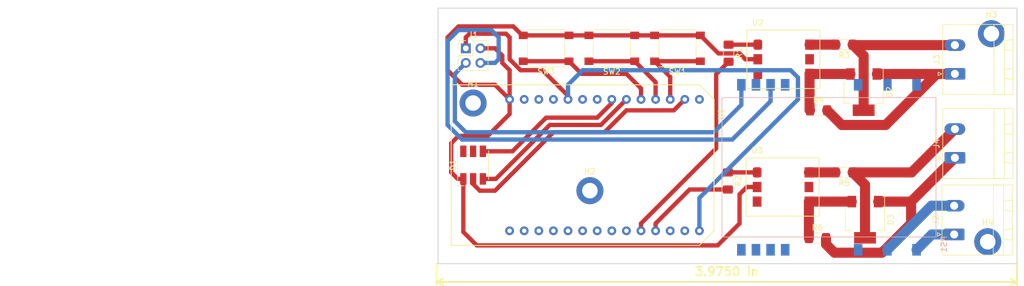
<source format=kicad_pcb>
(kicad_pcb (version 20171130) (host pcbnew 5.0.0)

  (general
    (thickness 1.6)
    (drawings 15)
    (tracks 142)
    (zones 0)
    (modules 24)
    (nets 46)
  )

  (page A4)
  (layers
    (0 F.Cu signal)
    (31 B.Cu signal)
    (32 B.Adhes user)
    (33 F.Adhes user)
    (34 B.Paste user)
    (35 F.Paste user)
    (36 B.SilkS user)
    (37 F.SilkS user)
    (38 B.Mask user)
    (39 F.Mask user)
    (40 Dwgs.User user)
    (41 Cmts.User user)
    (42 Eco1.User user)
    (43 Eco2.User user)
    (44 Edge.Cuts user)
    (45 Margin user)
    (46 B.CrtYd user)
    (47 F.CrtYd user)
    (48 B.Fab user)
    (49 F.Fab user)
  )

  (setup
    (last_trace_width 1.75)
    (user_trace_width 0.5)
    (user_trace_width 0.75)
    (user_trace_width 1)
    (user_trace_width 1.25)
    (user_trace_width 1.75)
    (user_trace_width 2.25)
    (trace_clearance 0.2)
    (zone_clearance 0.508)
    (zone_45_only no)
    (trace_min 0.2)
    (segment_width 0.3)
    (edge_width 0.15)
    (via_size 0.8)
    (via_drill 0.4)
    (via_min_size 0.4)
    (via_min_drill 0.3)
    (uvia_size 0.3)
    (uvia_drill 0.1)
    (uvias_allowed no)
    (uvia_min_size 0.2)
    (uvia_min_drill 0.1)
    (pcb_text_width 0.3)
    (pcb_text_size 1.5 1.5)
    (mod_edge_width 0.15)
    (mod_text_size 1 1)
    (mod_text_width 0.15)
    (pad_size 1.524 1.524)
    (pad_drill 0.762)
    (pad_to_mask_clearance 0.2)
    (aux_axis_origin 93.98 66.04)
    (grid_origin 93.98 66.04)
    (visible_elements FFFFFF7F)
    (pcbplotparams
      (layerselection 0x010fc_ffffffff)
      (usegerberextensions false)
      (usegerberattributes false)
      (usegerberadvancedattributes false)
      (creategerberjobfile false)
      (excludeedgelayer true)
      (linewidth 0.100000)
      (plotframeref false)
      (viasonmask false)
      (mode 1)
      (useauxorigin false)
      (hpglpennumber 1)
      (hpglpenspeed 20)
      (hpglpendiameter 15.000000)
      (psnegative false)
      (psa4output false)
      (plotreference true)
      (plotvalue true)
      (plotinvisibletext false)
      (padsonsilk false)
      (subtractmaskfromsilk false)
      (outputformat 1)
      (mirror false)
      (drillshape 1)
      (scaleselection 1)
      (outputdirectory ""))
  )

  (net 0 "")
  (net 1 GND)
  (net 2 /LED_R)
  (net 3 /LED_G)
  (net 4 /LED_B)
  (net 5 "Net-(D2-Pad3)")
  (net 6 "Net-(D3-Pad3)")
  (net 7 +3V3)
  (net 8 "Net-(J2-Pad1)")
  (net 9 "Net-(J2-Pad2)")
  (net 10 "Net-(J1-Pad4)")
  (net 11 "Net-(J1-Pad3)")
  (net 12 "Net-(R1-Pad2)")
  (net 13 "Net-(R1-Pad1)")
  (net 14 "Net-(R2-Pad1)")
  (net 15 "Net-(R2-Pad2)")
  (net 16 "Net-(R3-Pad2)")
  (net 17 "Net-(R5-Pad2)")
  (net 18 /EINT2)
  (net 19 /EINT0)
  (net 20 /EINT22)
  (net 21 "Net-(U1-Pad1)")
  (net 22 "Net-(U1-Pad2)")
  (net 23 "Net-(U1-Pad3)")
  (net 24 "Net-(U1-Pad4)")
  (net 25 "Net-(U1-Pad5)")
  (net 26 "Net-(U1-Pad6)")
  (net 27 "Net-(U1-Pad7)")
  (net 28 "Net-(U1-Pad8)")
  (net 29 "Net-(U1-Pad9)")
  (net 30 "Net-(U1-Pad12)")
  (net 31 "Net-(U1-Pad13)")
  (net 32 "Net-(U1-Pad15)")
  (net 33 "Net-(U1-Pad22)")
  (net 34 "Net-(U1-Pad23)")
  (net 35 "Net-(U1-Pad25)")
  (net 36 "Net-(U1-Pad26)")
  (net 37 "Net-(U1-Pad27)")
  (net 38 "Net-(U2-Pad5)")
  (net 39 "Net-(U2-Pad3)")
  (net 40 "Net-(U3-Pad3)")
  (net 41 "Net-(U3-Pad5)")
  (net 42 "Net-(C1-Pad2)")
  (net 43 "Net-(D2-Pad2)")
  (net 44 "Net-(D3-Pad2)")
  (net 45 "Net-(C2-Pad2)")

  (net_class Default "This is the default net class."
    (clearance 0.2)
    (trace_width 0.25)
    (via_dia 0.8)
    (via_drill 0.4)
    (uvia_dia 0.3)
    (uvia_drill 0.1)
    (add_net +3V3)
    (add_net /EINT0)
    (add_net /EINT2)
    (add_net /EINT22)
    (add_net /LED_B)
    (add_net /LED_G)
    (add_net /LED_R)
    (add_net GND)
    (add_net "Net-(C1-Pad2)")
    (add_net "Net-(C2-Pad2)")
    (add_net "Net-(D2-Pad2)")
    (add_net "Net-(D2-Pad3)")
    (add_net "Net-(D3-Pad2)")
    (add_net "Net-(D3-Pad3)")
    (add_net "Net-(J1-Pad3)")
    (add_net "Net-(J1-Pad4)")
    (add_net "Net-(J2-Pad1)")
    (add_net "Net-(J2-Pad2)")
    (add_net "Net-(R1-Pad1)")
    (add_net "Net-(R1-Pad2)")
    (add_net "Net-(R2-Pad1)")
    (add_net "Net-(R2-Pad2)")
    (add_net "Net-(R3-Pad2)")
    (add_net "Net-(R5-Pad2)")
    (add_net "Net-(U1-Pad1)")
    (add_net "Net-(U1-Pad12)")
    (add_net "Net-(U1-Pad13)")
    (add_net "Net-(U1-Pad15)")
    (add_net "Net-(U1-Pad2)")
    (add_net "Net-(U1-Pad22)")
    (add_net "Net-(U1-Pad23)")
    (add_net "Net-(U1-Pad25)")
    (add_net "Net-(U1-Pad26)")
    (add_net "Net-(U1-Pad27)")
    (add_net "Net-(U1-Pad3)")
    (add_net "Net-(U1-Pad4)")
    (add_net "Net-(U1-Pad5)")
    (add_net "Net-(U1-Pad6)")
    (add_net "Net-(U1-Pad7)")
    (add_net "Net-(U1-Pad8)")
    (add_net "Net-(U1-Pad9)")
    (add_net "Net-(U2-Pad3)")
    (add_net "Net-(U2-Pad5)")
    (add_net "Net-(U3-Pad3)")
    (add_net "Net-(U3-Pad5)")
  )

  (module Package_SO:MOC3042M (layer F.Cu) (tedit 5BB2978F) (tstamp 5BC8218A)
    (at 166.885 52.705 270)
    (path /5BB71A6D)
    (fp_text reference U3 (at -6.35 5.08) (layer F.SilkS)
      (effects (font (size 1 1) (thickness 0.15)))
    )
    (fp_text value MOC3042M (at -0.635 -6.985 270) (layer F.Fab)
      (effects (font (size 1 1) (thickness 0.15)))
    )
    (fp_line (start -5.08 -5.715) (end 5.08 -5.715) (layer F.SilkS) (width 0.15))
    (fp_line (start 5.08 -5.715) (end 5.08 6.985) (layer F.SilkS) (width 0.15))
    (fp_line (start 5.08 6.985) (end -5.08 6.985) (layer F.SilkS) (width 0.15))
    (fp_line (start -5.08 6.985) (end -5.08 -5.715) (layer F.SilkS) (width 0.15))
    (pad 1 smd roundrect (at -2.54 5.08 90) (size 1.78 1.524) (layers F.Cu F.Paste F.Mask) (roundrect_rratio 0.25)
      (net 14 "Net-(R2-Pad1)"))
    (pad 2 smd rect (at 0 5.08 90) (size 1.78 1.524) (layers F.Cu F.Paste F.Mask)
      (net 1 GND))
    (pad 3 smd rect (at 2.54 5.08 90) (size 1.78 1.524) (layers F.Cu F.Paste F.Mask)
      (net 40 "Net-(U3-Pad3)"))
    (pad 4 smd rect (at 2.54 -3.93 90) (size 1.78 1.524) (layers F.Cu F.Paste F.Mask)
      (net 6 "Net-(D3-Pad3)"))
    (pad 5 smd rect (at 0 -3.93 90) (size 1.78 1.524) (layers F.Cu F.Paste F.Mask)
      (net 41 "Net-(U3-Pad5)"))
    (pad 6 smd rect (at -2.54 -3.93 90) (size 1.78 1.524) (layers F.Cu F.Paste F.Mask)
      (net 17 "Net-(R5-Pad2)"))
  )

  (module Button_Switch_SMD:SW_SPST_PTS645 (layer F.Cu) (tedit 5A02FC95) (tstamp 5BC6C745)
    (at 125.095 28.575 180)
    (descr "C&K Components SPST SMD PTS645 Series 6mm Tact Switch")
    (tags "SPST Button Switch")
    (path /5BB2655C)
    (attr smd)
    (fp_text reference SW3 (at 0 -4.05 180) (layer F.SilkS)
      (effects (font (size 1 1) (thickness 0.15)))
    )
    (fp_text value EINT_22 (at 0 4.15 180) (layer F.Fab)
      (effects (font (size 1 1) (thickness 0.15)))
    )
    (fp_circle (center 0 0) (end 1.75 -0.05) (layer F.Fab) (width 0.1))
    (fp_line (start -3.23 3.23) (end 3.23 3.23) (layer F.SilkS) (width 0.12))
    (fp_line (start -3.23 -1.3) (end -3.23 1.3) (layer F.SilkS) (width 0.12))
    (fp_line (start -3.23 -3.23) (end 3.23 -3.23) (layer F.SilkS) (width 0.12))
    (fp_line (start 3.23 -1.3) (end 3.23 1.3) (layer F.SilkS) (width 0.12))
    (fp_line (start -3.23 -3.2) (end -3.23 -3.23) (layer F.SilkS) (width 0.12))
    (fp_line (start -3.23 3.23) (end -3.23 3.2) (layer F.SilkS) (width 0.12))
    (fp_line (start 3.23 3.23) (end 3.23 3.2) (layer F.SilkS) (width 0.12))
    (fp_line (start 3.23 -3.23) (end 3.23 -3.2) (layer F.SilkS) (width 0.12))
    (fp_line (start -5.05 -3.4) (end 5.05 -3.4) (layer F.CrtYd) (width 0.05))
    (fp_line (start -5.05 3.4) (end 5.05 3.4) (layer F.CrtYd) (width 0.05))
    (fp_line (start -5.05 -3.4) (end -5.05 3.4) (layer F.CrtYd) (width 0.05))
    (fp_line (start 5.05 3.4) (end 5.05 -3.4) (layer F.CrtYd) (width 0.05))
    (fp_line (start 3 -3) (end -3 -3) (layer F.Fab) (width 0.1))
    (fp_line (start 3 3) (end 3 -3) (layer F.Fab) (width 0.1))
    (fp_line (start -3 3) (end 3 3) (layer F.Fab) (width 0.1))
    (fp_line (start -3 -3) (end -3 3) (layer F.Fab) (width 0.1))
    (fp_text user %R (at 0 -4.05 180) (layer F.Fab)
      (effects (font (size 1 1) (thickness 0.15)))
    )
    (pad 2 smd rect (at 3.98 2.25 180) (size 1.55 1.3) (layers F.Cu F.Paste F.Mask)
      (net 1 GND))
    (pad 1 smd rect (at 3.98 -2.25 180) (size 1.55 1.3) (layers F.Cu F.Paste F.Mask)
      (net 20 /EINT22))
    (pad 1 smd rect (at -3.98 -2.25 180) (size 1.55 1.3) (layers F.Cu F.Paste F.Mask)
      (net 20 /EINT22))
    (pad 2 smd rect (at -3.98 2.25 180) (size 1.55 1.3) (layers F.Cu F.Paste F.Mask)
      (net 1 GND))
    (model ${KISYS3DMOD}/Button_Switch_SMD.3dshapes/SW_SPST_PTS645.wrl
      (at (xyz 0 0 0))
      (scale (xyz 1 1 1))
      (rotate (xyz 0 0 0))
    )
  )

  (module Connector_Phoenix_MSTB:PhoenixContact_MSTBA_2,5_2-G_1x02_P5.00mm_Horizontal (layer F.Cu) (tedit 5B785046) (tstamp 5BBA3C4A)
    (at 196.215 33.02 90)
    (descr "Generic Phoenix Contact connector footprint for: MSTBA_2,5/2-G; number of pins: 02; pin pitch: 5.00mm; Angled || order number: 1757475 12A || order number: 1923759 16A (HC)")
    (tags "phoenix_contact connector MSTBA_01x02_G_5.00mm")
    (path /5BB5FD75)
    (fp_text reference J3 (at 2.5 -3.2 90) (layer F.SilkS)
      (effects (font (size 1 1) (thickness 0.15)))
    )
    (fp_text value HP_1_LOAD (at 2.5 11.2 90) (layer F.Fab)
      (effects (font (size 1 1) (thickness 0.15)))
    )
    (fp_line (start -3.61 -2.11) (end -3.61 10.11) (layer F.SilkS) (width 0.12))
    (fp_line (start -3.61 10.11) (end 8.61 10.11) (layer F.SilkS) (width 0.12))
    (fp_line (start 8.61 10.11) (end 8.61 -2.11) (layer F.SilkS) (width 0.12))
    (fp_line (start 8.61 -2.11) (end -3.61 -2.11) (layer F.SilkS) (width 0.12))
    (fp_line (start -3.5 -2) (end -3.5 10) (layer F.Fab) (width 0.1))
    (fp_line (start -3.5 10) (end 8.5 10) (layer F.Fab) (width 0.1))
    (fp_line (start 8.5 10) (end 8.5 -2) (layer F.Fab) (width 0.1))
    (fp_line (start 8.5 -2) (end -3.5 -2) (layer F.Fab) (width 0.1))
    (fp_line (start -3.61 8.61) (end -3.61 6.81) (layer F.SilkS) (width 0.12))
    (fp_line (start -3.61 6.81) (end 8.61 6.81) (layer F.SilkS) (width 0.12))
    (fp_line (start 8.61 6.81) (end 8.61 8.61) (layer F.SilkS) (width 0.12))
    (fp_line (start 8.61 8.61) (end -3.61 8.61) (layer F.SilkS) (width 0.12))
    (fp_line (start -1 10.11) (end 1 10.11) (layer F.SilkS) (width 0.12))
    (fp_line (start 1 10.11) (end 0.75 8.61) (layer F.SilkS) (width 0.12))
    (fp_line (start 0.75 8.61) (end -0.75 8.61) (layer F.SilkS) (width 0.12))
    (fp_line (start -0.75 8.61) (end -1 10.11) (layer F.SilkS) (width 0.12))
    (fp_line (start 4 10.11) (end 6 10.11) (layer F.SilkS) (width 0.12))
    (fp_line (start 6 10.11) (end 5.75 8.61) (layer F.SilkS) (width 0.12))
    (fp_line (start 5.75 8.61) (end 4.25 8.61) (layer F.SilkS) (width 0.12))
    (fp_line (start 4.25 8.61) (end 4 10.11) (layer F.SilkS) (width 0.12))
    (fp_line (start -4 -2.5) (end -4 10.5) (layer F.CrtYd) (width 0.05))
    (fp_line (start -4 10.5) (end 9 10.5) (layer F.CrtYd) (width 0.05))
    (fp_line (start 9 10.5) (end 9 -2.5) (layer F.CrtYd) (width 0.05))
    (fp_line (start 9 -2.5) (end -4 -2.5) (layer F.CrtYd) (width 0.05))
    (fp_line (start 0.3 -2.91) (end 0 -2.31) (layer F.SilkS) (width 0.12))
    (fp_line (start 0 -2.31) (end -0.3 -2.91) (layer F.SilkS) (width 0.12))
    (fp_line (start -0.3 -2.91) (end 0.3 -2.91) (layer F.SilkS) (width 0.12))
    (fp_line (start 0.95 -2) (end 0 -0.5) (layer F.Fab) (width 0.1))
    (fp_line (start 0 -0.5) (end -0.95 -2) (layer F.Fab) (width 0.1))
    (fp_text user %R (at 2.5 -1.3 90) (layer F.Fab)
      (effects (font (size 1 1) (thickness 0.15)))
    )
    (pad 1 thru_hole roundrect (at 0 0 90) (size 2 3.6) (drill 1.4) (layers *.Cu *.Mask) (roundrect_rratio 0.125)
      (net 42 "Net-(C1-Pad2)"))
    (pad 2 thru_hole oval (at 5 0 90) (size 2 3.6) (drill 1.4) (layers *.Cu *.Mask)
      (net 43 "Net-(D2-Pad2)"))
    (model ${KISYS3DMOD}/Connector_Phoenix_MSTB.3dshapes/PhoenixContact_MSTBA_2,5_2-G_1x02_P5.00mm_Horizontal.wrl
      (at (xyz 0 0 0))
      (scale (xyz 1 1 1))
      (rotate (xyz 0 0 0))
    )
  )

  (module Connector_Phoenix_MSTB:PhoenixContact_MSTBA_2,5_2-G_1x02_P5.00mm_Horizontal (layer F.Cu) (tedit 5B785046) (tstamp 5BD812B1)
    (at 196.215 47.625 90)
    (descr "Generic Phoenix Contact connector footprint for: MSTBA_2,5/2-G; number of pins: 02; pin pitch: 5.00mm; Angled || order number: 1757475 12A || order number: 1923759 16A (HC)")
    (tags "phoenix_contact connector MSTBA_01x02_G_5.00mm")
    (path /5BB71AC0)
    (fp_text reference J4 (at 2.5 -3.2 90) (layer F.SilkS)
      (effects (font (size 1 1) (thickness 0.15)))
    )
    (fp_text value HP_2_LOAD (at 2.5 11.2 90) (layer F.Fab)
      (effects (font (size 1 1) (thickness 0.15)))
    )
    (fp_line (start -3.61 -2.11) (end -3.61 10.11) (layer F.SilkS) (width 0.12))
    (fp_line (start -3.61 10.11) (end 8.61 10.11) (layer F.SilkS) (width 0.12))
    (fp_line (start 8.61 10.11) (end 8.61 -2.11) (layer F.SilkS) (width 0.12))
    (fp_line (start 8.61 -2.11) (end -3.61 -2.11) (layer F.SilkS) (width 0.12))
    (fp_line (start -3.5 -2) (end -3.5 10) (layer F.Fab) (width 0.1))
    (fp_line (start -3.5 10) (end 8.5 10) (layer F.Fab) (width 0.1))
    (fp_line (start 8.5 10) (end 8.5 -2) (layer F.Fab) (width 0.1))
    (fp_line (start 8.5 -2) (end -3.5 -2) (layer F.Fab) (width 0.1))
    (fp_line (start -3.61 8.61) (end -3.61 6.81) (layer F.SilkS) (width 0.12))
    (fp_line (start -3.61 6.81) (end 8.61 6.81) (layer F.SilkS) (width 0.12))
    (fp_line (start 8.61 6.81) (end 8.61 8.61) (layer F.SilkS) (width 0.12))
    (fp_line (start 8.61 8.61) (end -3.61 8.61) (layer F.SilkS) (width 0.12))
    (fp_line (start -1 10.11) (end 1 10.11) (layer F.SilkS) (width 0.12))
    (fp_line (start 1 10.11) (end 0.75 8.61) (layer F.SilkS) (width 0.12))
    (fp_line (start 0.75 8.61) (end -0.75 8.61) (layer F.SilkS) (width 0.12))
    (fp_line (start -0.75 8.61) (end -1 10.11) (layer F.SilkS) (width 0.12))
    (fp_line (start 4 10.11) (end 6 10.11) (layer F.SilkS) (width 0.12))
    (fp_line (start 6 10.11) (end 5.75 8.61) (layer F.SilkS) (width 0.12))
    (fp_line (start 5.75 8.61) (end 4.25 8.61) (layer F.SilkS) (width 0.12))
    (fp_line (start 4.25 8.61) (end 4 10.11) (layer F.SilkS) (width 0.12))
    (fp_line (start -4 -2.5) (end -4 10.5) (layer F.CrtYd) (width 0.05))
    (fp_line (start -4 10.5) (end 9 10.5) (layer F.CrtYd) (width 0.05))
    (fp_line (start 9 10.5) (end 9 -2.5) (layer F.CrtYd) (width 0.05))
    (fp_line (start 9 -2.5) (end -4 -2.5) (layer F.CrtYd) (width 0.05))
    (fp_line (start 0.3 -2.91) (end 0 -2.31) (layer F.SilkS) (width 0.12))
    (fp_line (start 0 -2.31) (end -0.3 -2.91) (layer F.SilkS) (width 0.12))
    (fp_line (start -0.3 -2.91) (end 0.3 -2.91) (layer F.SilkS) (width 0.12))
    (fp_line (start 0.95 -2) (end 0 -0.5) (layer F.Fab) (width 0.1))
    (fp_line (start 0 -0.5) (end -0.95 -2) (layer F.Fab) (width 0.1))
    (fp_text user %R (at 2.5 -1.3 90) (layer F.Fab)
      (effects (font (size 1 1) (thickness 0.15)))
    )
    (pad 1 thru_hole roundrect (at 0 0 90) (size 2 3.6) (drill 1.4) (layers *.Cu *.Mask) (roundrect_rratio 0.125)
      (net 45 "Net-(C2-Pad2)"))
    (pad 2 thru_hole oval (at 5 0 90) (size 2 3.6) (drill 1.4) (layers *.Cu *.Mask)
      (net 44 "Net-(D3-Pad2)"))
    (model ${KISYS3DMOD}/Connector_Phoenix_MSTB.3dshapes/PhoenixContact_MSTBA_2,5_2-G_1x02_P5.00mm_Horizontal.wrl
      (at (xyz 0 0 0))
      (scale (xyz 1 1 1))
      (rotate (xyz 0 0 0))
    )
  )

  (module Resistor_SMD:R_1206_3216Metric_Pad1.42x1.75mm_HandSolder (layer F.Cu) (tedit 5B301BBD) (tstamp 5BC7AFA8)
    (at 176.9475 50.165 180)
    (descr "Resistor SMD 1206 (3216 Metric), square (rectangular) end terminal, IPC_7351 nominal with elongated pad for handsoldering. (Body size source: http://www.tortai-tech.com/upload/download/2011102023233369053.pdf), generated with kicad-footprint-generator")
    (tags "resistor handsolder")
    (path /5BB71A84)
    (attr smd)
    (fp_text reference R5 (at 0 -1.82 180) (layer F.SilkS)
      (effects (font (size 1 1) (thickness 0.15)))
    )
    (fp_text value 360 (at 0 1.82 180) (layer F.Fab)
      (effects (font (size 1 1) (thickness 0.15)))
    )
    (fp_text user %R (at 0 0 180) (layer F.Fab)
      (effects (font (size 0.8 0.8) (thickness 0.12)))
    )
    (fp_line (start 2.45 1.12) (end -2.45 1.12) (layer F.CrtYd) (width 0.05))
    (fp_line (start 2.45 -1.12) (end 2.45 1.12) (layer F.CrtYd) (width 0.05))
    (fp_line (start -2.45 -1.12) (end 2.45 -1.12) (layer F.CrtYd) (width 0.05))
    (fp_line (start -2.45 1.12) (end -2.45 -1.12) (layer F.CrtYd) (width 0.05))
    (fp_line (start -0.602064 0.91) (end 0.602064 0.91) (layer F.SilkS) (width 0.12))
    (fp_line (start -0.602064 -0.91) (end 0.602064 -0.91) (layer F.SilkS) (width 0.12))
    (fp_line (start 1.6 0.8) (end -1.6 0.8) (layer F.Fab) (width 0.1))
    (fp_line (start 1.6 -0.8) (end 1.6 0.8) (layer F.Fab) (width 0.1))
    (fp_line (start -1.6 -0.8) (end 1.6 -0.8) (layer F.Fab) (width 0.1))
    (fp_line (start -1.6 0.8) (end -1.6 -0.8) (layer F.Fab) (width 0.1))
    (pad 2 smd roundrect (at 1.4875 0 180) (size 1.425 1.75) (layers F.Cu F.Paste F.Mask) (roundrect_rratio 0.175439)
      (net 17 "Net-(R5-Pad2)"))
    (pad 1 smd roundrect (at -1.4875 0 180) (size 1.425 1.75) (layers F.Cu F.Paste F.Mask) (roundrect_rratio 0.175439)
      (net 44 "Net-(D3-Pad2)"))
    (model ${KISYS3DMOD}/Resistor_SMD.3dshapes/R_1206_3216Metric.wrl
      (at (xyz 0 0 0))
      (scale (xyz 1 1 1))
      (rotate (xyz 0 0 0))
    )
  )

  (module Resistor_SMD:R_1206_3216Metric_Pad1.42x1.75mm_HandSolder (layer F.Cu) (tedit 5B301BBD) (tstamp 5BC854AE)
    (at 156.718 51.6525 270)
    (descr "Resistor SMD 1206 (3216 Metric), square (rectangular) end terminal, IPC_7351 nominal with elongated pad for handsoldering. (Body size source: http://www.tortai-tech.com/upload/download/2011102023233369053.pdf), generated with kicad-footprint-generator")
    (tags "resistor handsolder")
    (path /5BB71A74)
    (attr smd)
    (fp_text reference R2 (at 0 -1.82 270) (layer F.SilkS)
      (effects (font (size 1 1) (thickness 0.15)))
    )
    (fp_text value HP_2_BIAS (at 0 1.82 270) (layer F.Fab)
      (effects (font (size 1 1) (thickness 0.15)))
    )
    (fp_text user %R (at 0 0 270) (layer F.Fab)
      (effects (font (size 0.8 0.8) (thickness 0.12)))
    )
    (fp_line (start 2.45 1.12) (end -2.45 1.12) (layer F.CrtYd) (width 0.05))
    (fp_line (start 2.45 -1.12) (end 2.45 1.12) (layer F.CrtYd) (width 0.05))
    (fp_line (start -2.45 -1.12) (end 2.45 -1.12) (layer F.CrtYd) (width 0.05))
    (fp_line (start -2.45 1.12) (end -2.45 -1.12) (layer F.CrtYd) (width 0.05))
    (fp_line (start -0.602064 0.91) (end 0.602064 0.91) (layer F.SilkS) (width 0.12))
    (fp_line (start -0.602064 -0.91) (end 0.602064 -0.91) (layer F.SilkS) (width 0.12))
    (fp_line (start 1.6 0.8) (end -1.6 0.8) (layer F.Fab) (width 0.1))
    (fp_line (start 1.6 -0.8) (end 1.6 0.8) (layer F.Fab) (width 0.1))
    (fp_line (start -1.6 -0.8) (end 1.6 -0.8) (layer F.Fab) (width 0.1))
    (fp_line (start -1.6 0.8) (end -1.6 -0.8) (layer F.Fab) (width 0.1))
    (pad 2 smd roundrect (at 1.4875 0 270) (size 1.425 1.75) (layers F.Cu F.Paste F.Mask) (roundrect_rratio 0.175439)
      (net 15 "Net-(R2-Pad2)"))
    (pad 1 smd roundrect (at -1.4875 0 270) (size 1.425 1.75) (layers F.Cu F.Paste F.Mask) (roundrect_rratio 0.175439)
      (net 14 "Net-(R2-Pad1)"))
    (model ${KISYS3DMOD}/Resistor_SMD.3dshapes/R_1206_3216Metric.wrl
      (at (xyz 0 0 0))
      (scale (xyz 1 1 1))
      (rotate (xyz 0 0 0))
    )
  )

  (module Resistor_SMD:R_1206_3216Metric_Pad1.42x1.75mm_HandSolder (layer F.Cu) (tedit 5B301BBD) (tstamp 5BBA48B8)
    (at 172.3025 61.595)
    (descr "Resistor SMD 1206 (3216 Metric), square (rectangular) end terminal, IPC_7351 nominal with elongated pad for handsoldering. (Body size source: http://www.tortai-tech.com/upload/download/2011102023233369053.pdf), generated with kicad-footprint-generator")
    (tags "resistor handsolder")
    (path /5BB71A94)
    (attr smd)
    (fp_text reference R6 (at 0 -1.82) (layer F.SilkS)
      (effects (font (size 1 1) (thickness 0.15)))
    )
    (fp_text value 330 (at 0 1.82) (layer F.Fab)
      (effects (font (size 1 1) (thickness 0.15)))
    )
    (fp_line (start -1.6 0.8) (end -1.6 -0.8) (layer F.Fab) (width 0.1))
    (fp_line (start -1.6 -0.8) (end 1.6 -0.8) (layer F.Fab) (width 0.1))
    (fp_line (start 1.6 -0.8) (end 1.6 0.8) (layer F.Fab) (width 0.1))
    (fp_line (start 1.6 0.8) (end -1.6 0.8) (layer F.Fab) (width 0.1))
    (fp_line (start -0.602064 -0.91) (end 0.602064 -0.91) (layer F.SilkS) (width 0.12))
    (fp_line (start -0.602064 0.91) (end 0.602064 0.91) (layer F.SilkS) (width 0.12))
    (fp_line (start -2.45 1.12) (end -2.45 -1.12) (layer F.CrtYd) (width 0.05))
    (fp_line (start -2.45 -1.12) (end 2.45 -1.12) (layer F.CrtYd) (width 0.05))
    (fp_line (start 2.45 -1.12) (end 2.45 1.12) (layer F.CrtYd) (width 0.05))
    (fp_line (start 2.45 1.12) (end -2.45 1.12) (layer F.CrtYd) (width 0.05))
    (fp_text user %R (at 0 0) (layer F.Fab)
      (effects (font (size 0.8 0.8) (thickness 0.12)))
    )
    (pad 1 smd roundrect (at -1.4875 0) (size 1.425 1.75) (layers F.Cu F.Paste F.Mask) (roundrect_rratio 0.175439)
      (net 6 "Net-(D3-Pad3)"))
    (pad 2 smd roundrect (at 1.4875 0) (size 1.425 1.75) (layers F.Cu F.Paste F.Mask) (roundrect_rratio 0.175439)
      (net 45 "Net-(C2-Pad2)"))
    (model ${KISYS3DMOD}/Resistor_SMD.3dshapes/R_1206_3216Metric.wrl
      (at (xyz 0 0 0))
      (scale (xyz 1 1 1))
      (rotate (xyz 0 0 0))
    )
  )

  (module Package_TO_SOT_SMD:SOT-223 (layer F.Cu) (tedit 5A02FF57) (tstamp 5BD8120B)
    (at 180.58 58.395 270)
    (descr "module CMS SOT223 4 pins")
    (tags "CMS SOT")
    (path /5BB71A8B)
    (attr smd)
    (fp_text reference D3 (at 0 -4.5 270) (layer F.SilkS)
      (effects (font (size 1 1) (thickness 0.15)))
    )
    (fp_text value Z0110MN (at 0 4.5 270) (layer F.Fab)
      (effects (font (size 1 1) (thickness 0.15)))
    )
    (fp_text user %R (at -0.005001 0) (layer F.Fab)
      (effects (font (size 0.8 0.8) (thickness 0.12)))
    )
    (fp_line (start -1.85 -2.3) (end -0.8 -3.35) (layer F.Fab) (width 0.1))
    (fp_line (start 1.91 3.41) (end 1.91 2.15) (layer F.SilkS) (width 0.12))
    (fp_line (start 1.91 -3.41) (end 1.91 -2.15) (layer F.SilkS) (width 0.12))
    (fp_line (start 4.4 -3.6) (end -4.4 -3.6) (layer F.CrtYd) (width 0.05))
    (fp_line (start 4.4 3.6) (end 4.4 -3.6) (layer F.CrtYd) (width 0.05))
    (fp_line (start -4.4 3.6) (end 4.4 3.6) (layer F.CrtYd) (width 0.05))
    (fp_line (start -4.4 -3.6) (end -4.4 3.6) (layer F.CrtYd) (width 0.05))
    (fp_line (start -1.85 -2.3) (end -1.85 3.35) (layer F.Fab) (width 0.1))
    (fp_line (start -1.85 3.41) (end 1.91 3.41) (layer F.SilkS) (width 0.12))
    (fp_line (start -0.8 -3.35) (end 1.85 -3.35) (layer F.Fab) (width 0.1))
    (fp_line (start -4.1 -3.41) (end 1.91 -3.41) (layer F.SilkS) (width 0.12))
    (fp_line (start -1.85 3.35) (end 1.85 3.35) (layer F.Fab) (width 0.1))
    (fp_line (start 1.85 -3.35) (end 1.85 3.35) (layer F.Fab) (width 0.1))
    (pad 4 smd rect (at 3.15 0 270) (size 2 3.8) (layers F.Cu F.Paste F.Mask)
      (net 44 "Net-(D3-Pad2)"))
    (pad 2 smd rect (at -3.15 0 270) (size 2 1.5) (layers F.Cu F.Paste F.Mask)
      (net 44 "Net-(D3-Pad2)"))
    (pad 3 smd rect (at -3.15 2.3 270) (size 2 1.5) (layers F.Cu F.Paste F.Mask)
      (net 6 "Net-(D3-Pad3)"))
    (pad 1 smd rect (at -3.15 -2.3 270) (size 2 1.5) (layers F.Cu F.Paste F.Mask)
      (net 45 "Net-(C2-Pad2)"))
    (model ${KISYS3DMOD}/Package_TO_SOT_SMD.3dshapes/SOT-223.wrl
      (at (xyz 0 0 0))
      (scale (xyz 1 1 1))
      (rotate (xyz 0 0 0))
    )
  )

  (module LED_SMD:LED_RGB_5050-6 (layer F.Cu) (tedit 59155824) (tstamp 5BC6C94D)
    (at 112.395 48.895 90)
    (descr http://cdn.sparkfun.com/datasheets/Components/LED/5060BRG4.pdf)
    (tags "RGB LED 5050-6")
    (path /5BB26A3E)
    (attr smd)
    (fp_text reference D1 (at 0 -3.5 270) (layer F.SilkS)
      (effects (font (size 1 1) (thickness 0.15)))
    )
    (fp_text value LED_CRGB (at 0 3.3 90) (layer F.Fab)
      (effects (font (size 1 1) (thickness 0.15)))
    )
    (fp_line (start -2.5 -1.9) (end -1.9 -2.5) (layer F.Fab) (width 0.1))
    (fp_line (start 2.5 -2.5) (end -2.5 -2.5) (layer F.Fab) (width 0.1))
    (fp_line (start 2.5 2.5) (end 2.5 -2.5) (layer F.Fab) (width 0.1))
    (fp_line (start -2.5 2.5) (end 2.5 2.5) (layer F.Fab) (width 0.1))
    (fp_line (start -2.5 -2.5) (end -2.5 2.5) (layer F.Fab) (width 0.1))
    (fp_line (start -3.6 -2.7) (end 2.5 -2.7) (layer F.SilkS) (width 0.12))
    (fp_line (start -3.6 -1.6) (end -3.6 -2.7) (layer F.SilkS) (width 0.12))
    (fp_line (start 2.5 2.7) (end -2.5 2.7) (layer F.SilkS) (width 0.12))
    (fp_line (start 3.65 -2.75) (end -3.65 -2.75) (layer F.CrtYd) (width 0.05))
    (fp_line (start 3.65 2.75) (end 3.65 -2.75) (layer F.CrtYd) (width 0.05))
    (fp_line (start -3.65 2.75) (end 3.65 2.75) (layer F.CrtYd) (width 0.05))
    (fp_line (start -3.65 -2.75) (end -3.65 2.75) (layer F.CrtYd) (width 0.05))
    (fp_text user %R (at -0.485001 0 90) (layer F.Fab)
      (effects (font (size 0.6 0.6) (thickness 0.06)))
    )
    (fp_circle (center 0 0) (end 0 -1.9) (layer F.Fab) (width 0.1))
    (pad 1 smd rect (at -2.4 -1.7 180) (size 1.1 2) (layers F.Cu F.Paste F.Mask)
      (net 1 GND))
    (pad 2 smd rect (at -2.4 0 180) (size 1.1 2) (layers F.Cu F.Paste F.Mask)
      (net 2 /LED_R))
    (pad 3 smd rect (at -2.4 1.7 180) (size 1.1 2) (layers F.Cu F.Paste F.Mask)
      (net 3 /LED_G))
    (pad 4 smd rect (at 2.4 1.7 180) (size 1.1 2) (layers F.Cu F.Paste F.Mask)
      (net 4 /LED_B))
    (pad 5 smd rect (at 2.4 0 180) (size 1.1 2) (layers F.Cu F.Paste F.Mask))
    (pad 6 smd rect (at 2.4 -1.7 180) (size 1.1 2) (layers F.Cu F.Paste F.Mask))
    (model ${KISYS3DMOD}/LED_SMD.3dshapes/LED_RGB_5050-6.wrl
      (at (xyz 0 0 0))
      (scale (xyz 1 1 1))
      (rotate (xyz 0 0 0))
    )
  )

  (module Package_TO_SOT_SMD:SOT-223 (layer F.Cu) (tedit 5A02FF57) (tstamp 5BC7951F)
    (at 180.34 36.195 270)
    (descr "module CMS SOT223 4 pins")
    (tags "CMS SOT")
    (path /5BB40D5B)
    (attr smd)
    (fp_text reference D2 (at 0 -4.5 270) (layer F.SilkS)
      (effects (font (size 1 1) (thickness 0.15)))
    )
    (fp_text value Z0110MN (at 0 4.5 270) (layer F.Fab)
      (effects (font (size 1 1) (thickness 0.15)))
    )
    (fp_line (start 1.85 -3.35) (end 1.85 3.35) (layer F.Fab) (width 0.1))
    (fp_line (start -1.85 3.35) (end 1.85 3.35) (layer F.Fab) (width 0.1))
    (fp_line (start -4.1 -3.41) (end 1.91 -3.41) (layer F.SilkS) (width 0.12))
    (fp_line (start -0.8 -3.35) (end 1.85 -3.35) (layer F.Fab) (width 0.1))
    (fp_line (start -1.85 3.41) (end 1.91 3.41) (layer F.SilkS) (width 0.12))
    (fp_line (start -1.85 -2.3) (end -1.85 3.35) (layer F.Fab) (width 0.1))
    (fp_line (start -4.4 -3.6) (end -4.4 3.6) (layer F.CrtYd) (width 0.05))
    (fp_line (start -4.4 3.6) (end 4.4 3.6) (layer F.CrtYd) (width 0.05))
    (fp_line (start 4.4 3.6) (end 4.4 -3.6) (layer F.CrtYd) (width 0.05))
    (fp_line (start 4.4 -3.6) (end -4.4 -3.6) (layer F.CrtYd) (width 0.05))
    (fp_line (start 1.91 -3.41) (end 1.91 -2.15) (layer F.SilkS) (width 0.12))
    (fp_line (start 1.91 3.41) (end 1.91 2.15) (layer F.SilkS) (width 0.12))
    (fp_line (start -1.85 -2.3) (end -0.8 -3.35) (layer F.Fab) (width 0.1))
    (fp_text user %R (at 0 0) (layer F.Fab)
      (effects (font (size 0.8 0.8) (thickness 0.12)))
    )
    (pad 1 smd rect (at -3.15 -2.3 270) (size 2 1.5) (layers F.Cu F.Paste F.Mask)
      (net 42 "Net-(C1-Pad2)"))
    (pad 3 smd rect (at -3.15 2.3 270) (size 2 1.5) (layers F.Cu F.Paste F.Mask)
      (net 5 "Net-(D2-Pad3)"))
    (pad 2 smd rect (at -3.15 0 270) (size 2 1.5) (layers F.Cu F.Paste F.Mask)
      (net 43 "Net-(D2-Pad2)"))
    (pad 4 smd rect (at 3.15 0 270) (size 2 3.8) (layers F.Cu F.Paste F.Mask)
      (net 43 "Net-(D2-Pad2)"))
    (model ${KISYS3DMOD}/Package_TO_SOT_SMD.3dshapes/SOT-223.wrl
      (at (xyz 0 0 0))
      (scale (xyz 1 1 1))
      (rotate (xyz 0 0 0))
    )
  )

  (module MountingHole:MountingHole_2.7mm_M2.5_DIN965_Pad (layer F.Cu) (tedit 56D1B4CB) (tstamp 5BBA69C2)
    (at 112.395 38.1)
    (descr "Mounting Hole 2.7mm, M2.5, DIN965")
    (tags "mounting hole 2.7mm m2.5 din965")
    (path /5BB2B763)
    (attr virtual)
    (fp_text reference H1 (at 0 -3.35) (layer F.SilkS)
      (effects (font (size 1 1) (thickness 0.15)))
    )
    (fp_text value MountingHole (at 0 3.35) (layer F.Fab)
      (effects (font (size 1 1) (thickness 0.15)))
    )
    (fp_circle (center 0 0) (end 2.6 0) (layer F.CrtYd) (width 0.05))
    (fp_circle (center 0 0) (end 2.35 0) (layer Cmts.User) (width 0.15))
    (fp_text user %R (at 0.3 0) (layer F.Fab)
      (effects (font (size 1 1) (thickness 0.15)))
    )
    (pad 1 thru_hole circle (at 0 0) (size 4.7 4.7) (drill 2.7) (layers *.Cu *.Mask))
  )

  (module MountingHole:MountingHole_2.7mm_M2.5_DIN965_Pad (layer F.Cu) (tedit 56D1B4CB) (tstamp 5BBA69D7)
    (at 132.715 53.34)
    (descr "Mounting Hole 2.7mm, M2.5, DIN965")
    (tags "mounting hole 2.7mm m2.5 din965")
    (path /5BB2BA38)
    (attr virtual)
    (fp_text reference H2 (at 0 -3.35) (layer F.SilkS)
      (effects (font (size 1 1) (thickness 0.15)))
    )
    (fp_text value MountingHole (at 0 3.35) (layer F.Fab)
      (effects (font (size 1 1) (thickness 0.15)))
    )
    (fp_circle (center 0 0) (end 2.6 0) (layer F.CrtYd) (width 0.05))
    (fp_circle (center 0 0) (end 2.35 0) (layer Cmts.User) (width 0.15))
    (fp_text user %R (at 0.3 0) (layer F.Fab)
      (effects (font (size 1 1) (thickness 0.15)))
    )
    (pad 1 thru_hole circle (at 0 0) (size 4.7 4.7) (drill 2.7) (layers *.Cu *.Mask))
  )

  (module MountingHole:MountingHole_2.7mm_M2.5_DIN965_Pad (layer F.Cu) (tedit 56D1B4CB) (tstamp 5BD81223)
    (at 202.565 26.035)
    (descr "Mounting Hole 2.7mm, M2.5, DIN965")
    (tags "mounting hole 2.7mm m2.5 din965")
    (path /5BB2B9A2)
    (attr virtual)
    (fp_text reference H3 (at 0 -3.35) (layer F.SilkS)
      (effects (font (size 1 1) (thickness 0.15)))
    )
    (fp_text value MountingHole (at 0 3.35) (layer F.Fab)
      (effects (font (size 1 1) (thickness 0.15)))
    )
    (fp_text user %R (at 0.3 0) (layer F.Fab)
      (effects (font (size 1 1) (thickness 0.15)))
    )
    (fp_circle (center 0 0) (end 2.35 0) (layer Cmts.User) (width 0.15))
    (fp_circle (center 0 0) (end 2.6 0) (layer F.CrtYd) (width 0.05))
    (pad 1 thru_hole circle (at 0 0) (size 4.7 4.7) (drill 2.7) (layers *.Cu *.Mask))
  )

  (module MountingHole:MountingHole_2.7mm_M2.5_DIN965_Pad (layer F.Cu) (tedit 56D1B4CB) (tstamp 5BD8122B)
    (at 201.93 62.23)
    (descr "Mounting Hole 2.7mm, M2.5, DIN965")
    (tags "mounting hole 2.7mm m2.5 din965")
    (path /5BB2BB74)
    (attr virtual)
    (fp_text reference H4 (at 0 -3.35) (layer F.SilkS)
      (effects (font (size 1 1) (thickness 0.15)))
    )
    (fp_text value MountingHole (at 0 3.35) (layer F.Fab)
      (effects (font (size 1 1) (thickness 0.15)))
    )
    (fp_text user %R (at 0.3 0) (layer F.Fab)
      (effects (font (size 1 1) (thickness 0.15)))
    )
    (fp_circle (center 0 0) (end 2.35 0) (layer Cmts.User) (width 0.15))
    (fp_circle (center 0 0) (end 2.6 0) (layer F.CrtYd) (width 0.05))
    (pad 1 thru_hole circle (at 0 0) (size 4.7 4.7) (drill 2.7) (layers *.Cu *.Mask))
  )

  (module Connector_PinHeader_2.54mm:PinHeader_2x02_P2.54mm_Vertical (layer F.Cu) (tedit 59FED5CC) (tstamp 5BC6C8AA)
    (at 111.125 28.575)
    (descr "Through hole straight pin header, 2x02, 2.54mm pitch, double rows")
    (tags "Through hole pin header THT 2x02 2.54mm double row")
    (path /5BB2C10E)
    (fp_text reference J1 (at 1.27 -2.33) (layer F.SilkS)
      (effects (font (size 1 1) (thickness 0.15)))
    )
    (fp_text value AC_POWER_SELECTOR (at 3.937 5.207 180) (layer F.Fab)
      (effects (font (size 1 1) (thickness 0.15)))
    )
    (fp_line (start 0 -1.27) (end 3.81 -1.27) (layer F.Fab) (width 0.1))
    (fp_line (start 3.81 -1.27) (end 3.81 3.81) (layer F.Fab) (width 0.1))
    (fp_line (start 3.81 3.81) (end -1.27 3.81) (layer F.Fab) (width 0.1))
    (fp_line (start -1.27 3.81) (end -1.27 0) (layer F.Fab) (width 0.1))
    (fp_line (start -1.27 0) (end 0 -1.27) (layer F.Fab) (width 0.1))
    (fp_line (start -1.33 3.87) (end 3.87 3.87) (layer F.SilkS) (width 0.12))
    (fp_line (start -1.33 1.27) (end -1.33 3.87) (layer F.SilkS) (width 0.12))
    (fp_line (start 3.87 -1.33) (end 3.87 3.87) (layer F.SilkS) (width 0.12))
    (fp_line (start -1.33 1.27) (end 1.27 1.27) (layer F.SilkS) (width 0.12))
    (fp_line (start 1.27 1.27) (end 1.27 -1.33) (layer F.SilkS) (width 0.12))
    (fp_line (start 1.27 -1.33) (end 3.87 -1.33) (layer F.SilkS) (width 0.12))
    (fp_line (start -1.33 0) (end -1.33 -1.33) (layer F.SilkS) (width 0.12))
    (fp_line (start -1.33 -1.33) (end 0 -1.33) (layer F.SilkS) (width 0.12))
    (fp_line (start -1.8 -1.8) (end -1.8 4.35) (layer F.CrtYd) (width 0.05))
    (fp_line (start -1.8 4.35) (end 4.35 4.35) (layer F.CrtYd) (width 0.05))
    (fp_line (start 4.35 4.35) (end 4.35 -1.8) (layer F.CrtYd) (width 0.05))
    (fp_line (start 4.35 -1.8) (end -1.8 -1.8) (layer F.CrtYd) (width 0.05))
    (fp_text user %R (at 3.175 -2.54 180) (layer F.Fab)
      (effects (font (size 1 1) (thickness 0.15)))
    )
    (pad 1 thru_hole rect (at 0 0) (size 1.7 1.7) (drill 1) (layers *.Cu *.Mask)
      (net 7 +3V3))
    (pad 2 thru_hole oval (at 2.54 0) (size 1.7 1.7) (drill 1) (layers *.Cu *.Mask)
      (net 1 GND))
    (pad 3 thru_hole oval (at 0 2.54) (size 1.7 1.7) (drill 1) (layers *.Cu *.Mask)
      (net 11 "Net-(J1-Pad3)"))
    (pad 4 thru_hole oval (at 2.54 2.54) (size 1.7 1.7) (drill 1) (layers *.Cu *.Mask)
      (net 10 "Net-(J1-Pad4)"))
    (model ${KISYS3DMOD}/Connector_PinHeader_2.54mm.3dshapes/PinHeader_2x02_P2.54mm_Vertical.wrl
      (at (xyz 0 0 0))
      (scale (xyz 1 1 1))
      (rotate (xyz 0 0 0))
    )
  )

  (module Connector_Phoenix_MSTB:PhoenixContact_MSTBA_2,5_2-G_1x02_P5.00mm_Horizontal (layer F.Cu) (tedit 5B785046) (tstamp 5BD81269)
    (at 196.088 60.96 90)
    (descr "Generic Phoenix Contact connector footprint for: MSTBA_2,5/2-G; number of pins: 02; pin pitch: 5.00mm; Angled || order number: 1757475 12A || order number: 1923759 16A (HC)")
    (tags "phoenix_contact connector MSTBA_01x02_G_5.00mm")
    (path /5BB2B74F)
    (fp_text reference J2 (at 2.5 -3.2 90) (layer F.SilkS)
      (effects (font (size 1 1) (thickness 0.15)))
    )
    (fp_text value AC_IN (at 2.5 11.2 90) (layer F.Fab)
      (effects (font (size 1 1) (thickness 0.15)))
    )
    (fp_text user %R (at 2.5 -1.3 90) (layer F.Fab)
      (effects (font (size 1 1) (thickness 0.15)))
    )
    (fp_line (start 0 -0.5) (end -0.95 -2) (layer F.Fab) (width 0.1))
    (fp_line (start 0.95 -2) (end 0 -0.5) (layer F.Fab) (width 0.1))
    (fp_line (start -0.3 -2.91) (end 0.3 -2.91) (layer F.SilkS) (width 0.12))
    (fp_line (start 0 -2.31) (end -0.3 -2.91) (layer F.SilkS) (width 0.12))
    (fp_line (start 0.3 -2.91) (end 0 -2.31) (layer F.SilkS) (width 0.12))
    (fp_line (start 9 -2.5) (end -4 -2.5) (layer F.CrtYd) (width 0.05))
    (fp_line (start 9 10.5) (end 9 -2.5) (layer F.CrtYd) (width 0.05))
    (fp_line (start -4 10.5) (end 9 10.5) (layer F.CrtYd) (width 0.05))
    (fp_line (start -4 -2.5) (end -4 10.5) (layer F.CrtYd) (width 0.05))
    (fp_line (start 4.25 8.61) (end 4 10.11) (layer F.SilkS) (width 0.12))
    (fp_line (start 5.75 8.61) (end 4.25 8.61) (layer F.SilkS) (width 0.12))
    (fp_line (start 6 10.11) (end 5.75 8.61) (layer F.SilkS) (width 0.12))
    (fp_line (start 4 10.11) (end 6 10.11) (layer F.SilkS) (width 0.12))
    (fp_line (start -0.75 8.61) (end -1 10.11) (layer F.SilkS) (width 0.12))
    (fp_line (start 0.75 8.61) (end -0.75 8.61) (layer F.SilkS) (width 0.12))
    (fp_line (start 1 10.11) (end 0.75 8.61) (layer F.SilkS) (width 0.12))
    (fp_line (start -1 10.11) (end 1 10.11) (layer F.SilkS) (width 0.12))
    (fp_line (start 8.61 8.61) (end -3.61 8.61) (layer F.SilkS) (width 0.12))
    (fp_line (start 8.61 6.81) (end 8.61 8.61) (layer F.SilkS) (width 0.12))
    (fp_line (start -3.61 6.81) (end 8.61 6.81) (layer F.SilkS) (width 0.12))
    (fp_line (start -3.61 8.61) (end -3.61 6.81) (layer F.SilkS) (width 0.12))
    (fp_line (start 8.5 -2) (end -3.5 -2) (layer F.Fab) (width 0.1))
    (fp_line (start 8.5 10) (end 8.5 -2) (layer F.Fab) (width 0.1))
    (fp_line (start -3.5 10) (end 8.5 10) (layer F.Fab) (width 0.1))
    (fp_line (start -3.5 -2) (end -3.5 10) (layer F.Fab) (width 0.1))
    (fp_line (start 8.61 -2.11) (end -3.61 -2.11) (layer F.SilkS) (width 0.12))
    (fp_line (start 8.61 10.11) (end 8.61 -2.11) (layer F.SilkS) (width 0.12))
    (fp_line (start -3.61 10.11) (end 8.61 10.11) (layer F.SilkS) (width 0.12))
    (fp_line (start -3.61 -2.11) (end -3.61 10.11) (layer F.SilkS) (width 0.12))
    (pad 2 thru_hole oval (at 5 0 90) (size 2 3.6) (drill 1.4) (layers *.Cu *.Mask)
      (net 9 "Net-(J2-Pad2)"))
    (pad 1 thru_hole roundrect (at 0 0 90) (size 2 3.6) (drill 1.4) (layers *.Cu *.Mask) (roundrect_rratio 0.125)
      (net 8 "Net-(J2-Pad1)"))
    (model ${KISYS3DMOD}/Connector_Phoenix_MSTB.3dshapes/PhoenixContact_MSTBA_2,5_2-G_1x02_P5.00mm_Horizontal.wrl
      (at (xyz 0 0 0))
      (scale (xyz 1 1 1))
      (rotate (xyz 0 0 0))
    )
  )

  (module Converter_ACDC:Converter_ACDC_MeanWell_IRM-03-xx_SMD (layer B.Cu) (tedit 59FF0AB3) (tstamp 5BBA6875)
    (at 174.3075 49.276 90)
    (descr "ACDC-Converter, 3W, Meanwell, IRM-03, SMD, http://www.meanwell.com/webapp/product/search.aspx?prod=IRM-03")
    (tags "ACDC-Converter 3W")
    (path /5BB2B281)
    (attr smd)
    (fp_text reference PS1 (at -13.37 20.02 90) (layer B.SilkS)
      (effects (font (size 1 1) (thickness 0.15)) (justify mirror))
    )
    (fp_text value IRM-03-3.3S (at 0.02 -20.72 90) (layer B.Fab)
      (effects (font (size 1 1) (thickness 0.15)) (justify mirror))
    )
    (fp_line (start 12.12 18.62) (end 12.12 -18.62) (layer B.SilkS) (width 0.12))
    (fp_line (start 12.12 -18.62) (end -12.12 -18.62) (layer B.SilkS) (width 0.12))
    (fp_line (start -12.12 -18.62) (end -12.12 18.62) (layer B.SilkS) (width 0.12))
    (fp_line (start -12.12 18.62) (end 12.12 18.62) (layer B.SilkS) (width 0.12))
    (fp_line (start 15.75 18.76) (end -15.75 18.76) (layer B.CrtYd) (width 0.05))
    (fp_line (start -15.75 18.76) (end -15.75 -18.76) (layer B.CrtYd) (width 0.05))
    (fp_line (start -15.75 -18.76) (end 15.75 -18.76) (layer B.CrtYd) (width 0.05))
    (fp_line (start 15.75 -18.76) (end 15.75 18.76) (layer B.CrtYd) (width 0.05))
    (fp_line (start -12 17.5) (end -12 -18.5) (layer B.Fab) (width 0.1))
    (fp_line (start -12 -18.5) (end 12 -18.5) (layer B.Fab) (width 0.1))
    (fp_line (start 12 -18.5) (end 12 18.5) (layer B.Fab) (width 0.1))
    (fp_line (start 12 18.5) (end -11 18.5) (layer B.Fab) (width 0.1))
    (fp_text user %R (at 0 0 90) (layer B.Fab)
      (effects (font (size 1 1) (thickness 0.15)) (justify mirror))
    )
    (fp_line (start -12 17.5) (end -11 18.5) (layer B.Fab) (width 0.1))
    (pad 26 smd rect (at 14.35 15.24 180) (size 1.5 2.03) (layers B.Cu B.Paste B.Mask))
    (pad 24 smd rect (at 14.35 10.16 180) (size 1.5 2.03) (layers B.Cu B.Paste B.Mask))
    (pad 22 smd rect (at 14.35 5.08 180) (size 1.5 2.03) (layers B.Cu B.Paste B.Mask))
    (pad 17 smd rect (at 14.35 -7.62 180) (size 1.5 2.03) (layers B.Cu B.Paste B.Mask))
    (pad 16 smd rect (at 14.35 -10.16 180) (size 1.5 2.03) (layers B.Cu B.Paste B.Mask)
      (net 10 "Net-(J1-Pad4)"))
    (pad 15 smd rect (at 14.35 -12.7 180) (size 1.5 2.03) (layers B.Cu B.Paste B.Mask))
    (pad 14 smd rect (at 14.35 -15.24 180) (size 1.5 2.03) (layers B.Cu B.Paste B.Mask)
      (net 11 "Net-(J1-Pad3)"))
    (pad 1 smd rect (at -14.35 15.24 180) (size 1.5 2.03) (layers B.Cu B.Paste B.Mask)
      (net 8 "Net-(J2-Pad1)"))
    (pad 3 smd rect (at -14.35 10.16 180) (size 1.5 2.03) (layers B.Cu B.Paste B.Mask)
      (net 9 "Net-(J2-Pad2)"))
    (pad 5 smd rect (at -14.35 5.08 180) (size 1.5 2.03) (layers B.Cu B.Paste B.Mask))
    (pad 10 smd rect (at -14.35 -7.62 180) (size 1.5 2.03) (layers B.Cu B.Paste B.Mask))
    (pad 11 smd rect (at -14.35 -10.16 180) (size 1.5 2.03) (layers B.Cu B.Paste B.Mask))
    (pad 12 smd rect (at -14.35 -12.7 180) (size 1.5 2.03) (layers B.Cu B.Paste B.Mask))
    (pad 13 smd rect (at -14.35 -15.24 180) (size 1.5 2.03) (layers B.Cu B.Paste B.Mask))
    (model ${KISYS3DMOD}/Converter_ACDC.3dshapes/Converter_ACDC_MeanWell_IRM-03-xx_SMD.wrl
      (at (xyz 0 0 0))
      (scale (xyz 1 1 1))
      (rotate (xyz 0 0 0))
    )
  )

  (module Resistor_SMD:R_1206_3216Metric_Pad1.42x1.75mm_HandSolder (layer F.Cu) (tedit 5B301BBD) (tstamp 5BBA5882)
    (at 156.845 29.4275 270)
    (descr "Resistor SMD 1206 (3216 Metric), square (rectangular) end terminal, IPC_7351 nominal with elongated pad for handsoldering. (Body size source: http://www.tortai-tech.com/upload/download/2011102023233369053.pdf), generated with kicad-footprint-generator")
    (tags "resistor handsolder")
    (path /5BB38060)
    (attr smd)
    (fp_text reference R1 (at 0 -1.82 270) (layer F.SilkS)
      (effects (font (size 1 1) (thickness 0.15)))
    )
    (fp_text value HP_1_BIAS (at 0 1.82 270) (layer F.Fab)
      (effects (font (size 1 1) (thickness 0.15)))
    )
    (fp_text user %R (at 0 0 270) (layer F.Fab)
      (effects (font (size 0.8 0.8) (thickness 0.12)))
    )
    (fp_line (start 2.45 1.12) (end -2.45 1.12) (layer F.CrtYd) (width 0.05))
    (fp_line (start 2.45 -1.12) (end 2.45 1.12) (layer F.CrtYd) (width 0.05))
    (fp_line (start -2.45 -1.12) (end 2.45 -1.12) (layer F.CrtYd) (width 0.05))
    (fp_line (start -2.45 1.12) (end -2.45 -1.12) (layer F.CrtYd) (width 0.05))
    (fp_line (start -0.602064 0.91) (end 0.602064 0.91) (layer F.SilkS) (width 0.12))
    (fp_line (start -0.602064 -0.91) (end 0.602064 -0.91) (layer F.SilkS) (width 0.12))
    (fp_line (start 1.6 0.8) (end -1.6 0.8) (layer F.Fab) (width 0.1))
    (fp_line (start 1.6 -0.8) (end 1.6 0.8) (layer F.Fab) (width 0.1))
    (fp_line (start -1.6 -0.8) (end 1.6 -0.8) (layer F.Fab) (width 0.1))
    (fp_line (start -1.6 0.8) (end -1.6 -0.8) (layer F.Fab) (width 0.1))
    (pad 2 smd roundrect (at 1.4875 0 270) (size 1.425 1.75) (layers F.Cu F.Paste F.Mask) (roundrect_rratio 0.175439)
      (net 12 "Net-(R1-Pad2)"))
    (pad 1 smd roundrect (at -1.4875 0 270) (size 1.425 1.75) (layers F.Cu F.Paste F.Mask) (roundrect_rratio 0.175439)
      (net 13 "Net-(R1-Pad1)"))
    (model ${KISYS3DMOD}/Resistor_SMD.3dshapes/R_1206_3216Metric.wrl
      (at (xyz 0 0 0))
      (scale (xyz 1 1 1))
      (rotate (xyz 0 0 0))
    )
  )

  (module Resistor_SMD:R_1206_3216Metric_Pad1.42x1.75mm_HandSolder (layer F.Cu) (tedit 5B301BBD) (tstamp 5BC7C442)
    (at 176.9475 27.94 180)
    (descr "Resistor SMD 1206 (3216 Metric), square (rectangular) end terminal, IPC_7351 nominal with elongated pad for handsoldering. (Body size source: http://www.tortai-tech.com/upload/download/2011102023233369053.pdf), generated with kicad-footprint-generator")
    (tags "resistor handsolder")
    (path /5BB3FE71)
    (attr smd)
    (fp_text reference R3 (at 0 -1.82 180) (layer F.SilkS)
      (effects (font (size 1 1) (thickness 0.15)))
    )
    (fp_text value 360 (at 0 1.82 180) (layer F.Fab)
      (effects (font (size 1 1) (thickness 0.15)))
    )
    (fp_line (start -1.6 0.8) (end -1.6 -0.8) (layer F.Fab) (width 0.1))
    (fp_line (start -1.6 -0.8) (end 1.6 -0.8) (layer F.Fab) (width 0.1))
    (fp_line (start 1.6 -0.8) (end 1.6 0.8) (layer F.Fab) (width 0.1))
    (fp_line (start 1.6 0.8) (end -1.6 0.8) (layer F.Fab) (width 0.1))
    (fp_line (start -0.602064 -0.91) (end 0.602064 -0.91) (layer F.SilkS) (width 0.12))
    (fp_line (start -0.602064 0.91) (end 0.602064 0.91) (layer F.SilkS) (width 0.12))
    (fp_line (start -2.45 1.12) (end -2.45 -1.12) (layer F.CrtYd) (width 0.05))
    (fp_line (start -2.45 -1.12) (end 2.45 -1.12) (layer F.CrtYd) (width 0.05))
    (fp_line (start 2.45 -1.12) (end 2.45 1.12) (layer F.CrtYd) (width 0.05))
    (fp_line (start 2.45 1.12) (end -2.45 1.12) (layer F.CrtYd) (width 0.05))
    (fp_text user %R (at 0 0) (layer F.Fab)
      (effects (font (size 0.8 0.8) (thickness 0.12)))
    )
    (pad 1 smd roundrect (at -1.4875 0 180) (size 1.425 1.75) (layers F.Cu F.Paste F.Mask) (roundrect_rratio 0.175439)
      (net 43 "Net-(D2-Pad2)"))
    (pad 2 smd roundrect (at 1.4875 0 180) (size 1.425 1.75) (layers F.Cu F.Paste F.Mask) (roundrect_rratio 0.175439)
      (net 16 "Net-(R3-Pad2)"))
    (model ${KISYS3DMOD}/Resistor_SMD.3dshapes/R_1206_3216Metric.wrl
      (at (xyz 0 0 0))
      (scale (xyz 1 1 1))
      (rotate (xyz 0 0 0))
    )
  )

  (module Resistor_SMD:R_1206_3216Metric_Pad1.42x1.75mm_HandSolder (layer F.Cu) (tedit 5B301BBD) (tstamp 5BBA5852)
    (at 172.5025 39.37)
    (descr "Resistor SMD 1206 (3216 Metric), square (rectangular) end terminal, IPC_7351 nominal with elongated pad for handsoldering. (Body size source: http://www.tortai-tech.com/upload/download/2011102023233369053.pdf), generated with kicad-footprint-generator")
    (tags "resistor handsolder")
    (path /5BB450A6)
    (attr smd)
    (fp_text reference R4 (at 0 -1.82) (layer F.SilkS)
      (effects (font (size 1 1) (thickness 0.15)))
    )
    (fp_text value 330 (at 0 1.82) (layer F.Fab)
      (effects (font (size 1 1) (thickness 0.15)))
    )
    (fp_text user %R (at 0 0) (layer F.Fab)
      (effects (font (size 0.8 0.8) (thickness 0.12)))
    )
    (fp_line (start 2.45 1.12) (end -2.45 1.12) (layer F.CrtYd) (width 0.05))
    (fp_line (start 2.45 -1.12) (end 2.45 1.12) (layer F.CrtYd) (width 0.05))
    (fp_line (start -2.45 -1.12) (end 2.45 -1.12) (layer F.CrtYd) (width 0.05))
    (fp_line (start -2.45 1.12) (end -2.45 -1.12) (layer F.CrtYd) (width 0.05))
    (fp_line (start -0.602064 0.91) (end 0.602064 0.91) (layer F.SilkS) (width 0.12))
    (fp_line (start -0.602064 -0.91) (end 0.602064 -0.91) (layer F.SilkS) (width 0.12))
    (fp_line (start 1.6 0.8) (end -1.6 0.8) (layer F.Fab) (width 0.1))
    (fp_line (start 1.6 -0.8) (end 1.6 0.8) (layer F.Fab) (width 0.1))
    (fp_line (start -1.6 -0.8) (end 1.6 -0.8) (layer F.Fab) (width 0.1))
    (fp_line (start -1.6 0.8) (end -1.6 -0.8) (layer F.Fab) (width 0.1))
    (pad 2 smd roundrect (at 1.4875 0) (size 1.425 1.75) (layers F.Cu F.Paste F.Mask) (roundrect_rratio 0.175439)
      (net 42 "Net-(C1-Pad2)"))
    (pad 1 smd roundrect (at -1.4875 0) (size 1.425 1.75) (layers F.Cu F.Paste F.Mask) (roundrect_rratio 0.175439)
      (net 5 "Net-(D2-Pad3)"))
    (model ${KISYS3DMOD}/Resistor_SMD.3dshapes/R_1206_3216Metric.wrl
      (at (xyz 0 0 0))
      (scale (xyz 1 1 1))
      (rotate (xyz 0 0 0))
    )
  )

  (module Module:LINKIT_7697 (layer F.Cu) (tedit 5BB29A73) (tstamp 5BC6C841)
    (at 151.765 37.465 180)
    (path /5BB25D9B)
    (fp_text reference U1 (at -3.81 -2.54 270) (layer F.SilkS)
      (effects (font (size 1 1) (thickness 0.15)))
    )
    (fp_text value linkit7697 (at -3.81 -8.89 270) (layer F.Fab)
      (effects (font (size 1 1) (thickness 0.15)))
    )
    (fp_line (start -2.54 -22.86) (end 0 -25.4) (layer F.SilkS) (width 0.15))
    (fp_line (start -2.54 -22.86) (end -2.54 0) (layer F.SilkS) (width 0.15))
    (fp_line (start -2.54 0) (end 0 2.54) (layer F.SilkS) (width 0.15))
    (fp_line (start 0 2.54) (end 43.18 2.54) (layer F.SilkS) (width 0.15))
    (fp_line (start 43.18 2.54) (end 43.18 -25.4) (layer F.SilkS) (width 0.15))
    (fp_line (start 43.18 -25.4) (end 0 -25.4) (layer F.SilkS) (width 0.15))
    (pad 1 thru_hole circle (at 33.02 -22.86 180) (size 1.524 1.524) (drill 0.762) (layers *.Cu *.Mask)
      (net 21 "Net-(U1-Pad1)"))
    (pad 2 thru_hole circle (at 30.48 -22.86 180) (size 1.524 1.524) (drill 0.762) (layers *.Cu *.Mask)
      (net 22 "Net-(U1-Pad2)"))
    (pad 3 thru_hole circle (at 27.94 -22.86 180) (size 1.524 1.524) (drill 0.762) (layers *.Cu *.Mask)
      (net 23 "Net-(U1-Pad3)"))
    (pad 4 thru_hole circle (at 25.4 -22.86 180) (size 1.524 1.524) (drill 0.762) (layers *.Cu *.Mask)
      (net 24 "Net-(U1-Pad4)"))
    (pad 5 thru_hole circle (at 22.86 -22.86 180) (size 1.524 1.524) (drill 0.762) (layers *.Cu *.Mask)
      (net 25 "Net-(U1-Pad5)"))
    (pad 6 thru_hole circle (at 20.32 -22.86 180) (size 1.524 1.524) (drill 0.762) (layers *.Cu *.Mask)
      (net 26 "Net-(U1-Pad6)"))
    (pad 7 thru_hole circle (at 17.78 -22.86 180) (size 1.524 1.524) (drill 0.762) (layers *.Cu *.Mask)
      (net 27 "Net-(U1-Pad7)"))
    (pad 8 thru_hole circle (at 15.24 -22.86 180) (size 1.524 1.524) (drill 0.762) (layers *.Cu *.Mask)
      (net 28 "Net-(U1-Pad8)"))
    (pad 9 thru_hole circle (at 12.7 -22.86 180) (size 1.524 1.524) (drill 0.762) (layers *.Cu *.Mask)
      (net 29 "Net-(U1-Pad9)"))
    (pad 10 thru_hole circle (at 10.16 -22.86 180) (size 1.524 1.524) (drill 0.762) (layers *.Cu *.Mask)
      (net 12 "Net-(R1-Pad2)"))
    (pad 11 thru_hole circle (at 7.62 -22.86 180) (size 1.524 1.524) (drill 0.762) (layers *.Cu *.Mask)
      (net 15 "Net-(R2-Pad2)"))
    (pad 12 thru_hole circle (at 5.08 -22.86 180) (size 1.524 1.524) (drill 0.762) (layers *.Cu *.Mask)
      (net 30 "Net-(U1-Pad12)"))
    (pad 13 thru_hole circle (at 2.54 -22.86 180) (size 1.524 1.524) (drill 0.762) (layers *.Cu *.Mask)
      (net 31 "Net-(U1-Pad13)"))
    (pad 14 thru_hole circle (at 0 -22.86 180) (size 1.524 1.524) (drill 0.762) (layers *.Cu *.Mask)
      (net 7 +3V3))
    (pad 15 thru_hole circle (at 0 0 180) (size 1.524 1.524) (drill 0.762) (layers *.Cu *.Mask)
      (net 32 "Net-(U1-Pad15)"))
    (pad 16 thru_hole circle (at 2.54 0 180) (size 1.524 1.524) (drill 0.762) (layers *.Cu *.Mask)
      (net 2 /LED_R))
    (pad 17 thru_hole circle (at 5.08 0 180) (size 1.524 1.524) (drill 0.762) (layers *.Cu *.Mask)
      (net 18 /EINT2))
    (pad 18 thru_hole circle (at 7.62 0 180) (size 1.524 1.524) (drill 0.762) (layers *.Cu *.Mask)
      (net 19 /EINT0))
    (pad 19 thru_hole circle (at 10.16 0 180) (size 1.524 1.524) (drill 0.762) (layers *.Cu *.Mask)
      (net 20 /EINT22))
    (pad 20 thru_hole circle (at 12.7 0 180) (size 1.524 1.524) (drill 0.762) (layers *.Cu *.Mask)
      (net 3 /LED_G))
    (pad 21 thru_hole circle (at 15.24 0 180) (size 1.524 1.524) (drill 0.762) (layers *.Cu *.Mask)
      (net 4 /LED_B))
    (pad 22 thru_hole circle (at 17.78 0 180) (size 1.524 1.524) (drill 0.762) (layers *.Cu *.Mask)
      (net 33 "Net-(U1-Pad22)"))
    (pad 23 thru_hole circle (at 20.32 0 180) (size 1.524 1.524) (drill 0.762) (layers *.Cu *.Mask)
      (net 34 "Net-(U1-Pad23)"))
    (pad 24 thru_hole circle (at 22.86 0 180) (size 1.524 1.524) (drill 0.762) (layers *.Cu *.Mask)
      (net 7 +3V3))
    (pad 25 thru_hole circle (at 25.4 0 180) (size 1.524 1.524) (drill 0.762) (layers *.Cu *.Mask)
      (net 35 "Net-(U1-Pad25)"))
    (pad 26 thru_hole circle (at 27.94 0 180) (size 1.524 1.524) (drill 0.762) (layers *.Cu *.Mask)
      (net 36 "Net-(U1-Pad26)"))
    (pad 27 thru_hole circle (at 30.48 0 180) (size 1.524 1.524) (drill 0.762) (layers *.Cu *.Mask)
      (net 37 "Net-(U1-Pad27)"))
    (pad 28 thru_hole circle (at 33.02 0 180) (size 1.524 1.524) (drill 0.762) (layers *.Cu *.Mask)
      (net 1 GND))
  )

  (module Package_SO:MOC3042M (layer F.Cu) (tedit 5BB2978F) (tstamp 5BC7BE3A)
    (at 167.005 30.48 270)
    (path /5BB34CED)
    (fp_text reference U2 (at -6.35 5.08) (layer F.SilkS)
      (effects (font (size 1 1) (thickness 0.15)))
    )
    (fp_text value MOC3042M (at -0.635 -6.985 270) (layer F.Fab)
      (effects (font (size 1 1) (thickness 0.15)))
    )
    (fp_line (start -5.08 6.985) (end -5.08 -5.715) (layer F.SilkS) (width 0.15))
    (fp_line (start 5.08 6.985) (end -5.08 6.985) (layer F.SilkS) (width 0.15))
    (fp_line (start 5.08 -5.715) (end 5.08 6.985) (layer F.SilkS) (width 0.15))
    (fp_line (start -5.08 -5.715) (end 5.08 -5.715) (layer F.SilkS) (width 0.15))
    (pad 6 smd rect (at -2.54 -3.93 90) (size 1.78 1.524) (layers F.Cu F.Paste F.Mask)
      (net 16 "Net-(R3-Pad2)"))
    (pad 5 smd rect (at 0 -3.93 90) (size 1.78 1.524) (layers F.Cu F.Paste F.Mask)
      (net 38 "Net-(U2-Pad5)"))
    (pad 4 smd rect (at 2.54 -3.93 90) (size 1.78 1.524) (layers F.Cu F.Paste F.Mask)
      (net 5 "Net-(D2-Pad3)"))
    (pad 3 smd rect (at 2.54 5.08 90) (size 1.78 1.524) (layers F.Cu F.Paste F.Mask)
      (net 39 "Net-(U2-Pad3)"))
    (pad 2 smd rect (at 0 5.08 90) (size 1.78 1.524) (layers F.Cu F.Paste F.Mask)
      (net 1 GND))
    (pad 1 smd roundrect (at -2.54 5.08 90) (size 1.78 1.524) (layers F.Cu F.Paste F.Mask) (roundrect_rratio 0.25)
      (net 13 "Net-(R1-Pad1)"))
  )

  (module Button_Switch_SMD:SW_SPST_PTS645 (layer F.Cu) (tedit 5A02FC95) (tstamp 5BC6C8FB)
    (at 147.955 28.575 180)
    (descr "C&K Components SPST SMD PTS645 Series 6mm Tact Switch")
    (tags "SPST Button Switch")
    (path /5BB262BF)
    (attr smd)
    (fp_text reference SW1 (at 0 -4.05 180) (layer F.SilkS)
      (effects (font (size 1 1) (thickness 0.15)))
    )
    (fp_text value EINT_2 (at 0 4.15 180) (layer F.Fab)
      (effects (font (size 1 1) (thickness 0.15)))
    )
    (fp_text user %R (at 0 -4.05 180) (layer F.Fab)
      (effects (font (size 1 1) (thickness 0.15)))
    )
    (fp_line (start -3 -3) (end -3 3) (layer F.Fab) (width 0.1))
    (fp_line (start -3 3) (end 3 3) (layer F.Fab) (width 0.1))
    (fp_line (start 3 3) (end 3 -3) (layer F.Fab) (width 0.1))
    (fp_line (start 3 -3) (end -3 -3) (layer F.Fab) (width 0.1))
    (fp_line (start 5.05 3.4) (end 5.05 -3.4) (layer F.CrtYd) (width 0.05))
    (fp_line (start -5.05 -3.4) (end -5.05 3.4) (layer F.CrtYd) (width 0.05))
    (fp_line (start -5.05 3.4) (end 5.05 3.4) (layer F.CrtYd) (width 0.05))
    (fp_line (start -5.05 -3.4) (end 5.05 -3.4) (layer F.CrtYd) (width 0.05))
    (fp_line (start 3.23 -3.23) (end 3.23 -3.2) (layer F.SilkS) (width 0.12))
    (fp_line (start 3.23 3.23) (end 3.23 3.2) (layer F.SilkS) (width 0.12))
    (fp_line (start -3.23 3.23) (end -3.23 3.2) (layer F.SilkS) (width 0.12))
    (fp_line (start -3.23 -3.2) (end -3.23 -3.23) (layer F.SilkS) (width 0.12))
    (fp_line (start 3.23 -1.3) (end 3.23 1.3) (layer F.SilkS) (width 0.12))
    (fp_line (start -3.23 -3.23) (end 3.23 -3.23) (layer F.SilkS) (width 0.12))
    (fp_line (start -3.23 -1.3) (end -3.23 1.3) (layer F.SilkS) (width 0.12))
    (fp_line (start -3.23 3.23) (end 3.23 3.23) (layer F.SilkS) (width 0.12))
    (fp_circle (center 0 0) (end 1.75 -0.05) (layer F.Fab) (width 0.1))
    (pad 2 smd rect (at -3.98 2.25 180) (size 1.55 1.3) (layers F.Cu F.Paste F.Mask)
      (net 1 GND))
    (pad 1 smd rect (at -3.98 -2.25 180) (size 1.55 1.3) (layers F.Cu F.Paste F.Mask)
      (net 18 /EINT2))
    (pad 1 smd rect (at 3.98 -2.25 180) (size 1.55 1.3) (layers F.Cu F.Paste F.Mask)
      (net 18 /EINT2))
    (pad 2 smd rect (at 3.98 2.25 180) (size 1.55 1.3) (layers F.Cu F.Paste F.Mask)
      (net 1 GND))
    (model ${KISYS3DMOD}/Button_Switch_SMD.3dshapes/SW_SPST_PTS645.wrl
      (at (xyz 0 0 0))
      (scale (xyz 1 1 1))
      (rotate (xyz 0 0 0))
    )
  )

  (module Button_Switch_SMD:SW_SPST_PTS645 (layer F.Cu) (tedit 5A02FC95) (tstamp 5BC6C6FA)
    (at 136.525 28.575 180)
    (descr "C&K Components SPST SMD PTS645 Series 6mm Tact Switch")
    (tags "SPST Button Switch")
    (path /5BB264E3)
    (attr smd)
    (fp_text reference SW2 (at 0 -4.05 180) (layer F.SilkS)
      (effects (font (size 1 1) (thickness 0.15)))
    )
    (fp_text value EINT_0 (at 0 4.15 180) (layer F.Fab)
      (effects (font (size 1 1) (thickness 0.15)))
    )
    (fp_text user %R (at 0 -4.05 180) (layer F.Fab)
      (effects (font (size 1 1) (thickness 0.15)))
    )
    (fp_line (start -3 -3) (end -3 3) (layer F.Fab) (width 0.1))
    (fp_line (start -3 3) (end 3 3) (layer F.Fab) (width 0.1))
    (fp_line (start 3 3) (end 3 -3) (layer F.Fab) (width 0.1))
    (fp_line (start 3 -3) (end -3 -3) (layer F.Fab) (width 0.1))
    (fp_line (start 5.05 3.4) (end 5.05 -3.4) (layer F.CrtYd) (width 0.05))
    (fp_line (start -5.05 -3.4) (end -5.05 3.4) (layer F.CrtYd) (width 0.05))
    (fp_line (start -5.05 3.4) (end 5.05 3.4) (layer F.CrtYd) (width 0.05))
    (fp_line (start -5.05 -3.4) (end 5.05 -3.4) (layer F.CrtYd) (width 0.05))
    (fp_line (start 3.23 -3.23) (end 3.23 -3.2) (layer F.SilkS) (width 0.12))
    (fp_line (start 3.23 3.23) (end 3.23 3.2) (layer F.SilkS) (width 0.12))
    (fp_line (start -3.23 3.23) (end -3.23 3.2) (layer F.SilkS) (width 0.12))
    (fp_line (start -3.23 -3.2) (end -3.23 -3.23) (layer F.SilkS) (width 0.12))
    (fp_line (start 3.23 -1.3) (end 3.23 1.3) (layer F.SilkS) (width 0.12))
    (fp_line (start -3.23 -3.23) (end 3.23 -3.23) (layer F.SilkS) (width 0.12))
    (fp_line (start -3.23 -1.3) (end -3.23 1.3) (layer F.SilkS) (width 0.12))
    (fp_line (start -3.23 3.23) (end 3.23 3.23) (layer F.SilkS) (width 0.12))
    (fp_circle (center 0 0) (end 1.75 -0.05) (layer F.Fab) (width 0.1))
    (pad 2 smd rect (at -3.98 2.25 180) (size 1.55 1.3) (layers F.Cu F.Paste F.Mask)
      (net 1 GND))
    (pad 1 smd rect (at -3.98 -2.25 180) (size 1.55 1.3) (layers F.Cu F.Paste F.Mask)
      (net 19 /EINT0))
    (pad 1 smd rect (at 3.98 -2.25 180) (size 1.55 1.3) (layers F.Cu F.Paste F.Mask)
      (net 19 /EINT0))
    (pad 2 smd rect (at 3.98 2.25 180) (size 1.55 1.3) (layers F.Cu F.Paste F.Mask)
      (net 1 GND))
    (model ${KISYS3DMOD}/Button_Switch_SMD.3dshapes/SW_SPST_PTS645.wrl
      (at (xyz 0 0 0))
      (scale (xyz 1 1 1))
      (rotate (xyz 0 0 0))
    )
  )

  (dimension 100.965 (width 0.3) (layer F.SilkS)
    (gr_text "100,965 mm" (at 156.5275 71.315) (layer F.SilkS)
      (effects (font (size 1.5 1.5) (thickness 0.3)))
    )
    (feature1 (pts (xy 207.01 66.04) (xy 207.01 69.801421)))
    (feature2 (pts (xy 106.045 66.04) (xy 106.045 69.801421)))
    (crossbar (pts (xy 106.045 69.215) (xy 207.01 69.215)))
    (arrow1a (pts (xy 207.01 69.215) (xy 205.883496 69.801421)))
    (arrow1b (pts (xy 207.01 69.215) (xy 205.883496 68.628579)))
    (arrow2a (pts (xy 106.045 69.215) (xy 107.171504 69.801421)))
    (arrow2b (pts (xy 106.045 69.215) (xy 107.171504 68.628579)))
  )
  (gr_line (start 207.01 21.59) (end 106.299 21.59) (layer Edge.Cuts) (width 0.15) (tstamp 5BC6FACD))
  (gr_line (start 156.972 23.114) (end 156.972 64.262) (layer Dwgs.User) (width 0.3) (tstamp 5BC6C79C))
  (gr_line (start 156.972 64.262) (end 106.934 64.262) (layer Dwgs.User) (width 0.3) (tstamp 5BC6FAE5))
  (gr_line (start 106.934 23.114) (end 156.972 23.114) (layer Dwgs.User) (width 0.3) (tstamp 5BC6FAD3))
  (gr_line (start 106.934 64.262) (end 106.934 23.114) (layer Dwgs.User) (width 0.3) (tstamp 5BC6FAD6))
  (dimension 11.1125 (width 0.3) (layer Dwgs.User) (tstamp 5BBA66A8)
    (gr_text "0,4375 in" (at 45.017 25.87625 90) (layer Dwgs.User) (tstamp 5BBA66A8)
      (effects (font (size 1.5 1.5) (thickness 0.3)))
    )
    (feature1 (pts (xy 59.055 20.32) (xy 46.530579 20.32)))
    (feature2 (pts (xy 59.055 31.4325) (xy 46.530579 31.4325)))
    (crossbar (pts (xy 47.117 31.4325) (xy 47.117 20.32)))
    (arrow1a (pts (xy 47.117 20.32) (xy 47.703421 21.446504)))
    (arrow1b (pts (xy 47.117 20.32) (xy 46.530579 21.446504)))
    (arrow2a (pts (xy 47.117 31.4325) (xy 47.703421 30.305996)))
    (arrow2b (pts (xy 47.117 31.4325) (xy 46.530579 30.305996)))
  )
  (dimension 20.574 (width 0.3) (layer Dwgs.User) (tstamp 5BC6FAE0)
    (gr_text "0,8100 in" (at 74.081902 53.249915 90) (layer Dwgs.User) (tstamp 5BC6FBD4)
      (effects (font (size 1.5 1.5) (thickness 0.3)))
    )
    (feature1 (pts (xy 86.278402 42.962915) (xy 75.595481 42.962915)))
    (feature2 (pts (xy 86.278402 63.536915) (xy 75.595481 63.536915)))
    (crossbar (pts (xy 76.181902 63.536915) (xy 76.181902 42.962915)))
    (arrow1a (pts (xy 76.181902 42.962915) (xy 76.768323 44.089419)))
    (arrow1b (pts (xy 76.181902 42.962915) (xy 75.595481 44.089419)))
    (arrow2a (pts (xy 76.181902 63.536915) (xy 76.768323 62.410411)))
    (arrow2b (pts (xy 76.181902 63.536915) (xy 75.595481 62.410411)))
  )
  (dimension 41.148 (width 0.3) (layer Dwgs.User) (tstamp 5BC6FADA)
    (gr_text "1,6200 in" (at 70.901322 45.776214 90) (layer Dwgs.User) (tstamp 5BC6FBCE)
      (effects (font (size 1.5 1.5) (thickness 0.3)))
    )
    (feature1 (pts (xy 87.733322 25.202214) (xy 72.414901 25.202214)))
    (feature2 (pts (xy 87.733322 66.350214) (xy 72.414901 66.350214)))
    (crossbar (pts (xy 73.001322 66.350214) (xy 73.001322 25.202214)))
    (arrow1a (pts (xy 73.001322 25.202214) (xy 73.587743 26.328718)))
    (arrow1b (pts (xy 73.001322 25.202214) (xy 72.414901 26.328718)))
    (arrow2a (pts (xy 73.001322 66.350214) (xy 73.587743 65.22371)))
    (arrow2b (pts (xy 73.001322 66.350214) (xy 72.414901 65.22371)))
  )
  (dimension 11.1125 (width 0.3) (layer Dwgs.User) (tstamp 5BBA669F)
    (gr_text "0,4375 in" (at 45.017 59.21375 90) (layer Dwgs.User) (tstamp 5BBA669F)
      (effects (font (size 1.5 1.5) (thickness 0.3)))
    )
    (feature1 (pts (xy 59.055 53.6575) (xy 46.530579 53.6575)))
    (feature2 (pts (xy 59.055 64.77) (xy 46.530579 64.77)))
    (crossbar (pts (xy 47.117 64.77) (xy 47.117 53.6575)))
    (arrow1a (pts (xy 47.117 53.6575) (xy 47.703421 54.784004)))
    (arrow1b (pts (xy 47.117 53.6575) (xy 46.530579 54.784004)))
    (arrow2a (pts (xy 47.117 64.77) (xy 47.703421 63.643496)))
    (arrow2b (pts (xy 47.117 64.77) (xy 46.530579 63.643496)))
  )
  (dimension 22.225 (width 0.3) (layer Dwgs.User) (tstamp 5BBA68BB)
    (gr_text "0,8750 in" (at 39.683 53.6575 90) (layer Dwgs.User) (tstamp 5BBA68BB)
      (effects (font (size 1.5 1.5) (thickness 0.3)))
    )
    (feature1 (pts (xy 59.055 42.545) (xy 41.196579 42.545)))
    (feature2 (pts (xy 59.055 64.77) (xy 41.196579 64.77)))
    (crossbar (pts (xy 41.783 64.77) (xy 41.783 42.545)))
    (arrow1a (pts (xy 41.783 42.545) (xy 42.369421 43.671504)))
    (arrow1b (pts (xy 41.783 42.545) (xy 41.196579 43.671504)))
    (arrow2a (pts (xy 41.783 64.77) (xy 42.369421 63.643496)))
    (arrow2b (pts (xy 41.783 64.77) (xy 41.196579 63.643496)))
  )
  (dimension 44.45 (width 0.3) (layer Dwgs.User) (tstamp 5BBA6708)
    (gr_text "1,7500 in" (at 35.619 42.545 90) (layer Dwgs.User) (tstamp 5BBA6708)
      (effects (font (size 1.5 1.5) (thickness 0.3)))
    )
    (feature1 (pts (xy 59.055 20.32) (xy 37.132579 20.32)))
    (feature2 (pts (xy 59.055 64.77) (xy 37.132579 64.77)))
    (crossbar (pts (xy 37.719 64.77) (xy 37.719 20.32)))
    (arrow1a (pts (xy 37.719 20.32) (xy 38.305421 21.446504)))
    (arrow1b (pts (xy 37.719 20.32) (xy 37.132579 21.446504)))
    (arrow2a (pts (xy 37.719 64.77) (xy 38.305421 63.643496)))
    (arrow2b (pts (xy 37.719 64.77) (xy 37.132579 63.643496)))
  )
  (gr_line (start 106.299 21.59) (end 106.299 66.04) (layer Edge.Cuts) (width 0.15) (tstamp 5BC6FAD0))
  (gr_line (start 207.01 66.04) (end 207.01 21.59) (layer Edge.Cuts) (width 0.15))
  (gr_line (start 106.299 66.04) (end 207.01 66.04) (layer Edge.Cuts) (width 0.15) (tstamp 5BC6FACA))

  (segment (start 118.745 37.465) (end 118.745 40.005) (width 0.75) (layer F.Cu) (net 1) (tstamp 5BC6C7D8) (status 10))
  (segment (start 118.745 40.005) (end 114.935 43.815) (width 0.75) (layer F.Cu) (net 1) (tstamp 5BC6C7D5))
  (segment (start 114.935 43.815) (end 109.855 43.815) (width 0.75) (layer F.Cu) (net 1) (tstamp 5BC6C7D2))
  (segment (start 109.855 43.815) (end 108.585 45.085) (width 0.75) (layer F.Cu) (net 1) (tstamp 5BC6C7CF))
  (segment (start 108.585 45.085) (end 108.585 50.165) (width 0.75) (layer F.Cu) (net 1) (tstamp 5BC6C7B1))
  (segment (start 109.715 51.295) (end 110.695 51.295) (width 0.75) (layer F.Cu) (net 1) (tstamp 5BC6C7AE) (status 20))
  (segment (start 108.585 50.165) (end 109.715 51.295) (width 0.75) (layer F.Cu) (net 1) (tstamp 5BC6C7AB))
  (segment (start 116.205 28.575) (end 113.665 28.575) (width 0.75) (layer F.Cu) (net 1) (tstamp 5BC6C7ED) (status 20))
  (segment (start 118.745 32.385) (end 117.475 31.115) (width 0.75) (layer F.Cu) (net 1) (tstamp 5BC6C88C))
  (segment (start 118.745 37.465) (end 118.745 32.385) (width 0.75) (layer F.Cu) (net 1) (tstamp 5BC6C88F) (status 10))
  (segment (start 117.475 31.115) (end 117.475 29.845) (width 0.75) (layer F.Cu) (net 1) (tstamp 5BC6C8DD))
  (segment (start 117.475 29.845) (end 116.205 28.575) (width 0.75) (layer F.Cu) (net 1) (tstamp 5BC6C8E0))
  (segment (start 121.115 26.325) (end 129.075 26.325) (width 0.75) (layer F.Cu) (net 1) (status 30))
  (segment (start 129.075 26.325) (end 132.545 26.325) (width 0.75) (layer F.Cu) (net 1) (status 30))
  (segment (start 132.545 26.325) (end 140.505 26.325) (width 0.75) (layer F.Cu) (net 1) (status 30))
  (segment (start 140.505 26.325) (end 143.975 26.325) (width 0.75) (layer F.Cu) (net 1) (status 30))
  (segment (start 151.935 26.325) (end 143.975 26.325) (width 0.75) (layer F.Cu) (net 1) (status 30))
  (segment (start 110.695 51.295) (end 110.695 60.53) (width 0.75) (layer F.Cu) (net 1) (status 10))
  (segment (start 110.695 60.53) (end 113.03 62.865) (width 0.75) (layer F.Cu) (net 1))
  (segment (start 113.03 62.865) (end 154.94 62.865) (width 0.75) (layer F.Cu) (net 1))
  (segment (start 154.94 62.865) (end 158.75 59.055) (width 0.75) (layer F.Cu) (net 1))
  (segment (start 158.75 59.055) (end 158.75 53.975) (width 0.75) (layer F.Cu) (net 1))
  (segment (start 160.02 52.705) (end 161.805 52.705) (width 0.75) (layer F.Cu) (net 1) (status 20))
  (segment (start 158.75 53.975) (end 160.02 52.705) (width 0.75) (layer F.Cu) (net 1))
  (segment (start 155.074 29.464) (end 151.935 26.325) (width 0.75) (layer F.Cu) (net 1))
  (segment (start 161.925 30.48) (end 159.766 30.48) (width 0.75) (layer F.Cu) (net 1))
  (segment (start 158.75 29.464) (end 155.074 29.464) (width 0.75) (layer F.Cu) (net 1))
  (segment (start 159.766 30.48) (end 158.75 29.464) (width 0.75) (layer F.Cu) (net 1))
  (segment (start 121.115 26.325) (end 120.94 26.325) (width 0.75) (layer F.Cu) (net 1))
  (segment (start 120.94 26.325) (end 119.38 24.765) (width 0.75) (layer F.Cu) (net 1))
  (segment (start 119.38 24.765) (end 109.855 24.765) (width 0.75) (layer F.Cu) (net 1))
  (segment (start 109.855 24.765) (end 107.95 26.67) (width 0.75) (layer F.Cu) (net 1))
  (segment (start 107.95 26.67) (end 107.95 32.385) (width 0.75) (layer F.Cu) (net 1))
  (segment (start 107.95 32.385) (end 110.49 34.925) (width 0.75) (layer F.Cu) (net 1))
  (segment (start 116.205 34.925) (end 118.745 37.465) (width 0.75) (layer F.Cu) (net 1))
  (segment (start 110.49 34.925) (end 116.205 34.925) (width 0.75) (layer F.Cu) (net 1))
  (segment (start 139.065 39.37) (end 147.32 39.37) (width 0.75) (layer F.Cu) (net 2) (tstamp 5BC6C7A8))
  (segment (start 112.395 52.180002) (end 113.554998 53.34) (width 0.75) (layer F.Cu) (net 2) (tstamp 5BC6C7A5) (status 10))
  (segment (start 147.32 39.37) (end 149.225 37.465) (width 0.75) (layer F.Cu) (net 2) (tstamp 5BC6C7A2) (status 20))
  (segment (start 112.395 51.295) (end 112.395 52.180002) (width 0.75) (layer F.Cu) (net 2) (tstamp 5BC6C79F) (status 30))
  (segment (start 116.205 53.34) (end 126.365 43.18) (width 0.75) (layer F.Cu) (net 2) (tstamp 5BC6C7CC))
  (segment (start 113.554998 53.34) (end 116.205 53.34) (width 0.75) (layer F.Cu) (net 2) (tstamp 5BC6C7C9))
  (segment (start 126.365 43.18) (end 135.255 43.18) (width 0.75) (layer F.Cu) (net 2) (tstamp 5BC6C7C6))
  (segment (start 135.255 43.18) (end 139.065 39.37) (width 0.75) (layer F.Cu) (net 2) (tstamp 5BC6C7C3))
  (segment (start 134.62 41.91) (end 139.065 37.465) (width 0.75) (layer F.Cu) (net 3) (tstamp 5BC6C7C0) (status 20))
  (segment (start 125.73 41.91) (end 134.62 41.91) (width 0.75) (layer F.Cu) (net 3) (tstamp 5BC6C7BD))
  (segment (start 114.095 51.295) (end 116.345 51.295) (width 0.75) (layer F.Cu) (net 3) (tstamp 5BC6C7BA) (status 10))
  (segment (start 116.345 51.295) (end 125.73 41.91) (width 0.75) (layer F.Cu) (net 3) (tstamp 5BC6C7B7))
  (segment (start 136.525 38.1) (end 136.525 37.465) (width 0.75) (layer F.Cu) (net 4) (tstamp 5BC6C7B4) (status 30))
  (segment (start 133.985 40.64) (end 136.525 38.1) (width 0.75) (layer F.Cu) (net 4) (tstamp 5BC6C814) (status 20))
  (segment (start 114.095 46.495) (end 119.24 46.495) (width 0.75) (layer F.Cu) (net 4) (tstamp 5BC6C811) (status 10))
  (segment (start 125.095 40.64) (end 133.985 40.64) (width 0.75) (layer F.Cu) (net 4) (tstamp 5BC6C80E))
  (segment (start 119.24 46.495) (end 125.095 40.64) (width 0.75) (layer F.Cu) (net 4) (tstamp 5BC6C80B))
  (segment (start 170.935 39.29) (end 171.015 39.37) (width 1.75) (layer F.Cu) (net 5) (status 30))
  (segment (start 170.935 33.02) (end 170.935 39.29) (width 1.75) (layer F.Cu) (net 5) (status 30))
  (segment (start 170.96 33.045) (end 170.935 33.02) (width 1.75) (layer F.Cu) (net 5) (status 30))
  (segment (start 178.04 33.045) (end 170.96 33.045) (width 1.75) (layer F.Cu) (net 5) (status 30))
  (segment (start 178.28 55.245) (end 170.815 55.245) (width 1.75) (layer F.Cu) (net 6) (status 30))
  (segment (start 170.815 55.245) (end 170.815 61.595) (width 1.75) (layer F.Cu) (net 6) (status 30))
  (segment (start 111.76 26.035) (end 111.125 26.67) (width 0.75) (layer F.Cu) (net 7) (tstamp 5BC6C77E))
  (segment (start 111.125 26.67) (end 111.125 28.575) (width 0.75) (layer F.Cu) (net 7) (tstamp 5BC6C781) (status 20))
  (segment (start 118.11 26.035) (end 111.76 26.035) (width 0.75) (layer F.Cu) (net 7) (tstamp 5BC6C784))
  (segment (start 118.745 26.67) (end 118.11 26.035) (width 0.75) (layer F.Cu) (net 7) (tstamp 5BC6C787))
  (segment (start 118.745 30.48) (end 118.745 26.67) (width 0.75) (layer F.Cu) (net 7) (tstamp 5BC6C78A))
  (segment (start 120.65 32.385) (end 118.745 30.48) (width 0.75) (layer F.Cu) (net 7) (tstamp 5BC6C78D))
  (segment (start 124.46 32.385) (end 120.65 32.385) (width 0.75) (layer F.Cu) (net 7) (tstamp 5BC6C790))
  (segment (start 128.905 36.83) (end 124.46 32.385) (width 0.75) (layer F.Cu) (net 7) (tstamp 5BC6C793) (status 10))
  (segment (start 128.905 37.465) (end 128.905 36.83) (width 0.75) (layer F.Cu) (net 7) (tstamp 5BC6C796) (status 30))
  (segment (start 151.765 54.61) (end 151.765 60.325) (width 0.75) (layer B.Cu) (net 7) (status 20))
  (segment (start 128.905 37.465) (end 128.905 34.925) (width 0.75) (layer B.Cu) (net 7) (status 10))
  (segment (start 128.905 34.925) (end 131.445 32.385) (width 0.75) (layer B.Cu) (net 7))
  (segment (start 131.445 32.385) (end 167.64 32.385) (width 0.75) (layer B.Cu) (net 7))
  (segment (start 167.64 32.385) (end 168.91 33.655) (width 0.75) (layer B.Cu) (net 7))
  (segment (start 168.91 33.655) (end 168.91 37.465) (width 0.75) (layer B.Cu) (net 7))
  (segment (start 168.91 37.465) (end 151.765 54.61) (width 0.75) (layer B.Cu) (net 7))
  (segment (start 192.2135 60.96) (end 189.5475 63.626) (width 1.75) (layer B.Cu) (net 8) (status 20))
  (segment (start 196.088 60.96) (end 192.2135 60.96) (width 1.75) (layer B.Cu) (net 8) (status 10))
  (segment (start 192.1335 55.96) (end 184.4675 63.626) (width 1.75) (layer B.Cu) (net 9) (status 20))
  (segment (start 196.088 55.96) (end 192.1335 55.96) (width 1.75) (layer B.Cu) (net 9) (status 10))
  (segment (start 116.84 30.48) (end 116.205 31.115) (width 0.75) (layer B.Cu) (net 10))
  (segment (start 116.84 26.67) (end 116.84 30.48) (width 0.75) (layer B.Cu) (net 10))
  (segment (start 115.57 25.4) (end 116.84 26.67) (width 0.75) (layer B.Cu) (net 10))
  (segment (start 116.205 31.115) (end 113.665 31.115) (width 0.75) (layer B.Cu) (net 10))
  (segment (start 109.855 25.4) (end 115.57 25.4) (width 0.75) (layer B.Cu) (net 10))
  (segment (start 157.48 44.45) (end 110.49 44.45) (width 0.75) (layer B.Cu) (net 10))
  (segment (start 110.49 44.45) (end 107.95 41.91) (width 0.75) (layer B.Cu) (net 10))
  (segment (start 164.1475 34.926) (end 164.1475 37.7825) (width 0.75) (layer B.Cu) (net 10))
  (segment (start 164.1475 37.7825) (end 157.48 44.45) (width 0.75) (layer B.Cu) (net 10))
  (segment (start 107.95 41.91) (end 107.95 27.305) (width 0.75) (layer B.Cu) (net 10))
  (segment (start 107.95 27.305) (end 109.855 25.4) (width 0.75) (layer B.Cu) (net 10))
  (segment (start 109.22 41.275) (end 109.22 33.02) (width 0.75) (layer B.Cu) (net 11))
  (segment (start 111.125 43.18) (end 109.22 41.275) (width 0.75) (layer B.Cu) (net 11))
  (segment (start 109.22 33.02) (end 111.125 31.115) (width 0.75) (layer B.Cu) (net 11))
  (segment (start 154.305 43.18) (end 111.125 43.18) (width 0.75) (layer B.Cu) (net 11))
  (segment (start 159.0675 34.926) (end 159.0675 38.4175) (width 0.75) (layer B.Cu) (net 11))
  (segment (start 159.0675 38.4175) (end 154.305 43.18) (width 0.75) (layer B.Cu) (net 11))
  (segment (start 141.605 60.325) (end 141.605 59.055) (width 0.75) (layer F.Cu) (net 12))
  (segment (start 141.605 59.055) (end 154.686 45.974) (width 0.75) (layer F.Cu) (net 12))
  (segment (start 154.686 33.074) (end 156.845 30.915) (width 0.75) (layer F.Cu) (net 12))
  (segment (start 154.686 45.974) (end 154.686 33.074) (width 0.75) (layer F.Cu) (net 12))
  (segment (start 161.925 27.94) (end 156.845 27.94) (width 0.75) (layer F.Cu) (net 13))
  (segment (start 161.805 50.165) (end 156.718 50.165) (width 0.75) (layer F.Cu) (net 14))
  (segment (start 156.718 53.14) (end 150.06 53.14) (width 0.75) (layer F.Cu) (net 15))
  (segment (start 144.145 59.055) (end 144.145 60.325) (width 0.75) (layer F.Cu) (net 15))
  (segment (start 150.06 53.14) (end 144.145 59.055) (width 0.75) (layer F.Cu) (net 15))
  (segment (start 175.46 27.94) (end 170.935 27.94) (width 1.75) (layer F.Cu) (net 16))
  (segment (start 170.815 50.165) (end 175.46 50.165) (width 1.75) (layer F.Cu) (net 17) (status 30))
  (segment (start 146.685 33.535) (end 143.975 30.825) (width 0.75) (layer F.Cu) (net 18) (status 20))
  (segment (start 146.685 37.465) (end 146.685 33.535) (width 0.75) (layer F.Cu) (net 18) (status 10))
  (segment (start 143.975 30.825) (end 151.935 30.825) (width 0.75) (layer F.Cu) (net 18) (status 30))
  (segment (start 144.145 34.465) (end 140.505 30.825) (width 0.75) (layer F.Cu) (net 19) (status 20))
  (segment (start 144.145 37.465) (end 144.145 34.465) (width 0.75) (layer F.Cu) (net 19) (status 10))
  (segment (start 140.505 30.825) (end 132.545 30.825) (width 0.75) (layer F.Cu) (net 19) (status 30))
  (segment (start 141.605 37.465) (end 141.605 35.56) (width 0.75) (layer F.Cu) (net 20) (status 10))
  (segment (start 141.605 35.56) (end 139.065 33.02) (width 0.75) (layer F.Cu) (net 20))
  (segment (start 131.27 33.02) (end 129.075 30.825) (width 0.75) (layer F.Cu) (net 20) (status 20))
  (segment (start 139.065 33.02) (end 131.27 33.02) (width 0.75) (layer F.Cu) (net 20))
  (segment (start 129.075 30.825) (end 121.115 30.825) (width 0.75) (layer F.Cu) (net 20) (status 30))
  (segment (start 196.19 33.045) (end 196.215 33.02) (width 1.75) (layer F.Cu) (net 42) (status 30))
  (segment (start 184.175 41.91) (end 193.04 33.045) (width 1.75) (layer F.Cu) (net 42))
  (segment (start 176.53 41.91) (end 184.175 41.91) (width 1.75) (layer F.Cu) (net 42))
  (segment (start 173.99 39.37) (end 176.53 41.91) (width 1.75) (layer F.Cu) (net 42) (status 10))
  (segment (start 182.64 33.045) (end 193.04 33.045) (width 1.75) (layer F.Cu) (net 42) (status 10))
  (segment (start 193.04 33.045) (end 196.19 33.045) (width 1.75) (layer F.Cu) (net 42) (status 20))
  (segment (start 180.34 33.045) (end 180.34 39.345) (width 1.75) (layer F.Cu) (net 43) (status 30))
  (segment (start 178.515 28.02) (end 178.435 27.94) (width 1.75) (layer F.Cu) (net 43) (status 30))
  (segment (start 196.215 28.02) (end 178.515 28.02) (width 1.75) (layer F.Cu) (net 43) (status 30))
  (segment (start 180.34 29.845) (end 178.435 27.94) (width 1.75) (layer F.Cu) (net 43) (status 20))
  (segment (start 180.34 33.045) (end 180.34 29.845) (width 1.75) (layer F.Cu) (net 43) (status 10))
  (segment (start 180.58 55.245) (end 180.58 61.545) (width 1.75) (layer F.Cu) (net 44) (status 30))
  (segment (start 180.58 52.31) (end 178.435 50.165) (width 1.75) (layer F.Cu) (net 44) (status 20))
  (segment (start 180.58 55.245) (end 180.58 52.31) (width 1.75) (layer F.Cu) (net 44) (status 10))
  (segment (start 188.675 50.165) (end 196.215 42.625) (width 1.75) (layer F.Cu) (net 44) (status 20))
  (segment (start 178.435 50.165) (end 188.675 50.165) (width 1.75) (layer F.Cu) (net 44) (status 10))
  (segment (start 182.88 55.245) (end 183.515 55.245) (width 1.75) (layer F.Cu) (net 45) (status 30))
  (segment (start 188.595 55.245) (end 196.215 47.625) (width 1.75) (layer F.Cu) (net 45) (status 20))
  (segment (start 182.88 55.245) (end 188.595 55.245) (width 1.75) (layer F.Cu) (net 45) (status 10))
  (segment (start 173.79 61.595) (end 173.79 62.665) (width 1.75) (layer F.Cu) (net 45) (status 10))
  (segment (start 173.79 62.665) (end 175.26 64.135) (width 1.75) (layer F.Cu) (net 45))
  (segment (start 175.26 64.135) (end 183.515 64.135) (width 1.75) (layer F.Cu) (net 45))
  (segment (start 188.595 59.055) (end 188.595 55.245) (width 1.75) (layer F.Cu) (net 45))
  (segment (start 183.515 64.135) (end 188.595 59.055) (width 1.75) (layer F.Cu) (net 45))

)

</source>
